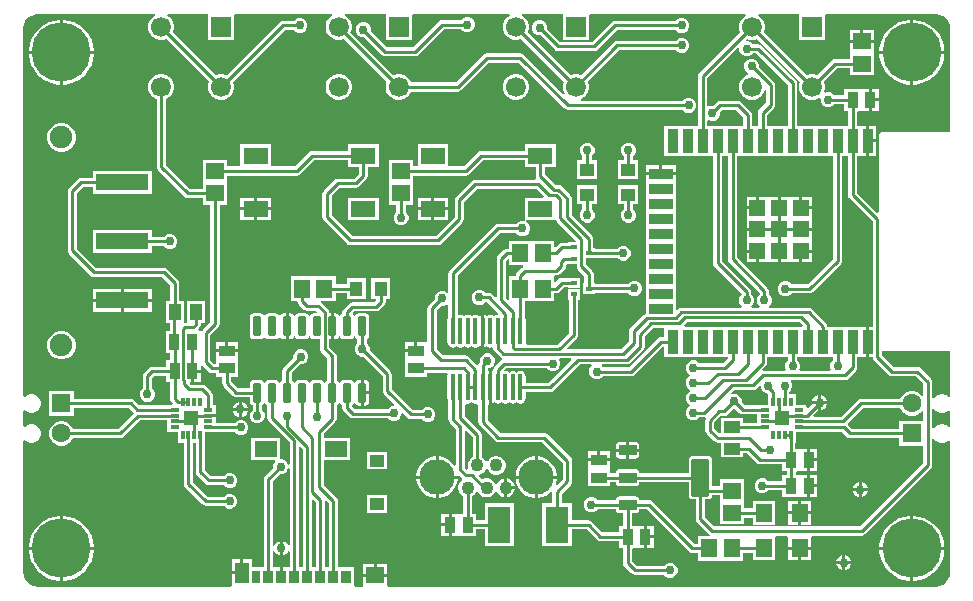
<source format=gtl>
G04*
G04 #@! TF.GenerationSoftware,Altium Limited,Altium Designer,21.8.1 (53)*
G04*
G04 Layer_Physical_Order=1*
G04 Layer_Color=255*
%FSLAX25Y25*%
%MOIN*%
G70*
G04*
G04 #@! TF.SameCoordinates,79EC032F-631B-404A-8042-777835F6C2BC*
G04*
G04*
G04 #@! TF.FilePolarity,Positive*
G04*
G01*
G75*
%ADD15C,0.01000*%
%ADD17R,0.06102X0.05512*%
%ADD18R,0.03740X0.05315*%
%ADD19R,0.03937X0.05315*%
%ADD20R,0.05315X0.03937*%
%ADD21R,0.04724X0.04331*%
%ADD22R,0.02000X0.01402*%
%ADD23R,0.05512X0.06102*%
%ADD24R,0.04331X0.04724*%
%ADD25R,0.05315X0.03740*%
%ADD26R,0.05512X0.05906*%
%ADD27R,0.07700X0.12400*%
G04:AMPARAMS|DCode=28|XSize=124.02mil|YSize=57.09mil|CornerRadius=2mil|HoleSize=0mil|Usage=FLASHONLY|Rotation=90.000|XOffset=0mil|YOffset=0mil|HoleType=Round|Shape=RoundedRectangle|*
%AMROUNDEDRECTD28*
21,1,0.12402,0.05309,0,0,90.0*
21,1,0.12002,0.05709,0,0,90.0*
1,1,0.00400,0.02655,0.06001*
1,1,0.00400,0.02655,-0.06001*
1,1,0.00400,-0.02655,-0.06001*
1,1,0.00400,-0.02655,0.06001*
%
%ADD28ROUNDEDRECTD28*%
G04:AMPARAMS|DCode=29|XSize=35.43mil|YSize=57.09mil|CornerRadius=1.95mil|HoleSize=0mil|Usage=FLASHONLY|Rotation=90.000|XOffset=0mil|YOffset=0mil|HoleType=Round|Shape=RoundedRectangle|*
%AMROUNDEDRECTD29*
21,1,0.03543,0.05319,0,0,90.0*
21,1,0.03154,0.05709,0,0,90.0*
1,1,0.00390,0.02659,0.01577*
1,1,0.00390,0.02659,-0.01577*
1,1,0.00390,-0.02659,-0.01577*
1,1,0.00390,-0.02659,0.01577*
%
%ADD29ROUNDEDRECTD29*%
%ADD30R,0.04842X0.04842*%
%ADD31R,0.01181X0.03150*%
%ADD32R,0.03150X0.01181*%
%ADD33R,0.08268X0.05512*%
G04:AMPARAMS|DCode=34|XSize=25.59mil|YSize=64.96mil|CornerRadius=1.92mil|HoleSize=0mil|Usage=FLASHONLY|Rotation=180.000|XOffset=0mil|YOffset=0mil|HoleType=Round|Shape=RoundedRectangle|*
%AMROUNDEDRECTD34*
21,1,0.02559,0.06112,0,0,180.0*
21,1,0.02175,0.06496,0,0,180.0*
1,1,0.00384,-0.01088,0.03056*
1,1,0.00384,0.01088,0.03056*
1,1,0.00384,0.01088,-0.03056*
1,1,0.00384,-0.01088,-0.03056*
%
%ADD34ROUNDEDRECTD34*%
G04:AMPARAMS|DCode=35|XSize=88.58mil|YSize=15.75mil|CornerRadius=7.87mil|HoleSize=0mil|Usage=FLASHONLY|Rotation=270.000|XOffset=0mil|YOffset=0mil|HoleType=Round|Shape=RoundedRectangle|*
%AMROUNDEDRECTD35*
21,1,0.08858,0.00000,0,0,270.0*
21,1,0.07284,0.01575,0,0,270.0*
1,1,0.01575,0.00000,-0.03642*
1,1,0.01575,0.00000,0.03642*
1,1,0.01575,0.00000,0.03642*
1,1,0.01575,0.00000,-0.03642*
%
%ADD35ROUNDEDRECTD35*%
%ADD36R,0.07480X0.05315*%
%ADD37R,0.04724X0.03937*%
%ADD38R,0.06102X0.05315*%
%ADD39R,0.03347X0.04331*%
%ADD40R,0.02953X0.04331*%
%ADD41R,0.04606X0.07087*%
%ADD42R,0.17717X0.05512*%
%ADD43R,0.05236X0.05236*%
%ADD44R,0.07874X0.03543*%
%ADD45R,0.03543X0.07874*%
%ADD65C,0.06662*%
%ADD66R,0.06662X0.06662*%
%ADD74C,0.04331*%
%ADD75C,0.11811*%
%ADD76C,0.07480*%
%ADD77C,0.06299*%
%ADD78R,0.06299X0.06299*%
%ADD79C,0.19685*%
%ADD80C,0.03000*%
G36*
X46903Y193900D02*
X47037Y193400D01*
X46396Y193029D01*
X45589Y192223D01*
X45019Y191235D01*
X44724Y190134D01*
Y188993D01*
X45019Y187892D01*
X45589Y186904D01*
X46396Y186098D01*
X47383Y185527D01*
X48485Y185232D01*
X49625D01*
X50727Y185527D01*
X50854Y185601D01*
X65093Y171363D01*
X65019Y171235D01*
X64724Y170134D01*
Y168993D01*
X65019Y167892D01*
X65589Y166904D01*
X66396Y166098D01*
X67383Y165527D01*
X68485Y165232D01*
X69625D01*
X70727Y165527D01*
X71715Y166098D01*
X72521Y166904D01*
X73091Y167892D01*
X73386Y168993D01*
Y170134D01*
X73091Y171235D01*
X73017Y171363D01*
X90184Y188530D01*
X93171D01*
X93761Y187940D01*
X94680Y187559D01*
X95675D01*
X96593Y187940D01*
X97297Y188643D01*
X97677Y189562D01*
Y190556D01*
X97297Y191475D01*
X96593Y192178D01*
X95675Y192559D01*
X94680D01*
X93761Y192178D01*
X93171Y191588D01*
X89551D01*
X88965Y191472D01*
X88469Y191140D01*
X70855Y173526D01*
X70727Y173599D01*
X69625Y173895D01*
X68485D01*
X67383Y173599D01*
X67256Y173526D01*
X53017Y187764D01*
X53091Y187892D01*
X53386Y188993D01*
Y190134D01*
X53091Y191235D01*
X52521Y192223D01*
X51714Y193029D01*
X51074Y193399D01*
X51208Y193899D01*
X64225Y193897D01*
X64724Y193895D01*
X64724Y193397D01*
Y185232D01*
X73386D01*
Y193395D01*
X73886Y193895D01*
X105942Y193890D01*
X106076Y193390D01*
X105451Y193029D01*
X104645Y192223D01*
X104074Y191235D01*
X103779Y190134D01*
Y188993D01*
X104074Y187892D01*
X104645Y186904D01*
X105451Y186098D01*
X106439Y185527D01*
X107540Y185232D01*
X108680D01*
X109782Y185527D01*
X109910Y185601D01*
X124148Y171363D01*
X124074Y171235D01*
X123779Y170134D01*
Y168993D01*
X124074Y167892D01*
X124644Y166904D01*
X125451Y166098D01*
X126438Y165527D01*
X127540Y165232D01*
X128680D01*
X129782Y165527D01*
X130770Y166098D01*
X131576Y166904D01*
X132146Y167892D01*
X132184Y168034D01*
X147811D01*
X148397Y168150D01*
X148893Y168482D01*
X158114Y177703D01*
X168067D01*
X183367Y162403D01*
X183864Y162071D01*
X184449Y161955D01*
X222797D01*
X223387Y161365D01*
X224306Y160984D01*
X225300D01*
X226219Y161365D01*
X226923Y162068D01*
X227303Y162987D01*
Y163981D01*
X226923Y164900D01*
X226219Y165604D01*
X225300Y165984D01*
X224306D01*
X223387Y165604D01*
X222797Y165014D01*
X188851D01*
X188786Y165514D01*
X188837Y165527D01*
X189825Y166098D01*
X190631Y166904D01*
X191201Y167892D01*
X191497Y168993D01*
Y170134D01*
X191201Y171235D01*
X191128Y171363D01*
X201700Y181935D01*
X220533D01*
X221123Y181345D01*
X222042Y180965D01*
X223037D01*
X223955Y181345D01*
X224659Y182048D01*
X225039Y182967D01*
Y183962D01*
X224659Y184881D01*
X223955Y185584D01*
X223037Y185965D01*
X222042D01*
X221123Y185584D01*
X220533Y184994D01*
X201066D01*
X200481Y184878D01*
X199985Y184546D01*
X188965Y173526D01*
X188837Y173599D01*
X187735Y173895D01*
X186595D01*
X185494Y173599D01*
X185366Y173526D01*
X171128Y187764D01*
X171201Y187892D01*
X171496Y188993D01*
Y190134D01*
X171201Y191235D01*
X170631Y192223D01*
X169825Y193029D01*
X169217Y193380D01*
X169351Y193880D01*
X182834Y193878D01*
Y185232D01*
X191497D01*
Y193523D01*
X191850Y193876D01*
X243699Y193868D01*
X243833Y193368D01*
X243246Y193029D01*
X242440Y192223D01*
X241870Y191235D01*
X241574Y190134D01*
Y188993D01*
X241870Y187892D01*
X241943Y187764D01*
X228407Y174227D01*
X228075Y173731D01*
X227959Y173146D01*
Y156512D01*
X216717D01*
Y146638D01*
X232959D01*
Y110787D01*
X233075Y110202D01*
X233407Y109706D01*
X242565Y100548D01*
Y100431D01*
X241975Y99841D01*
X241595Y98922D01*
Y97928D01*
X241975Y97009D01*
X242565Y96419D01*
X242405Y95919D01*
X222244D01*
X221659Y95803D01*
X221163Y95471D01*
X220950Y95259D01*
X220488Y95450D01*
Y97839D01*
Y102839D01*
Y107839D01*
Y112839D01*
Y117839D01*
Y122839D01*
Y127839D01*
Y132839D01*
Y137839D01*
Y140110D01*
X215551D01*
X210614D01*
Y137839D01*
Y132839D01*
Y127839D01*
Y122839D01*
Y117839D01*
Y112839D01*
Y107839D01*
Y102839D01*
Y97839D01*
Y94086D01*
X210340Y94031D01*
X209844Y93700D01*
X205415Y89270D01*
X205083Y88774D01*
X204967Y88189D01*
Y84689D01*
X202418Y82140D01*
X184365D01*
X184174Y82602D01*
X187509Y85936D01*
X187840Y86432D01*
X187957Y87018D01*
Y98693D01*
X188427D01*
Y102094D01*
X184427D01*
Y98693D01*
X184898D01*
Y87651D01*
X180886Y83640D01*
X170895D01*
X170491Y84140D01*
X170553Y84449D01*
Y91732D01*
X170414Y92430D01*
X170260Y92661D01*
Y98311D01*
X179937D01*
Y100833D01*
X180512D01*
X181097Y100949D01*
X181593Y101281D01*
X183114Y102801D01*
X184427D01*
Y102630D01*
X188427D01*
Y106032D01*
X184427D01*
Y105860D01*
X182480D01*
X181895Y105744D01*
X181399Y105412D01*
X180399Y104412D01*
X179937Y104604D01*
Y106413D01*
X180302Y106738D01*
X180709D01*
X181294Y106855D01*
X181790Y107186D01*
X183463Y108860D01*
X183795Y109356D01*
X183911Y109941D01*
Y110096D01*
X184411Y110507D01*
X184427Y110504D01*
Y110504D01*
X187447D01*
Y109744D01*
X187563Y109159D01*
X187895Y108663D01*
X190045Y106512D01*
Y104063D01*
X189526D01*
Y100661D01*
X193526D01*
Y100882D01*
X204736D01*
X205277Y100341D01*
X206196Y99961D01*
X207190D01*
X208109Y100341D01*
X208812Y101044D01*
X209193Y101963D01*
Y102958D01*
X208812Y103877D01*
X208109Y104580D01*
X207190Y104961D01*
X206196D01*
X205277Y104580D01*
X204638Y103941D01*
X193526D01*
Y104063D01*
X193104D01*
Y107146D01*
X192988Y107731D01*
X192656Y108227D01*
X190506Y110378D01*
Y112472D01*
X193526D01*
Y112644D01*
X200947D01*
X201537Y112054D01*
X202455Y111673D01*
X203450D01*
X204369Y112054D01*
X205072Y112757D01*
X205453Y113676D01*
Y114671D01*
X205072Y115589D01*
X204369Y116293D01*
X203450Y116673D01*
X202455D01*
X201537Y116293D01*
X200947Y115703D01*
X193526D01*
Y115874D01*
X193055D01*
Y118809D01*
X192939Y119394D01*
X192607Y119890D01*
X185781Y126716D01*
Y132480D01*
X185665Y133066D01*
X185333Y133562D01*
X182479Y136416D01*
X181983Y136748D01*
X181398Y136864D01*
X180456D01*
X176923Y140397D01*
Y142898D01*
X180528D01*
Y150409D01*
X170260D01*
Y148183D01*
X155709D01*
X155123Y148066D01*
X154627Y147735D01*
X149957Y143065D01*
X144701D01*
Y150409D01*
X134433D01*
Y143065D01*
X132988D01*
Y145291D01*
X124886D01*
Y137779D01*
Y130299D01*
X127408D01*
Y127931D01*
X126818Y127341D01*
X126437Y126423D01*
Y125428D01*
X126818Y124509D01*
X127521Y123806D01*
X128440Y123425D01*
X129434D01*
X130353Y123806D01*
X131056Y124509D01*
X131437Y125428D01*
Y126423D01*
X131056Y127341D01*
X130466Y127931D01*
Y130299D01*
X132988D01*
Y137779D01*
Y140006D01*
X150591D01*
X151176Y140122D01*
X151672Y140454D01*
X156342Y145124D01*
X170260D01*
Y142898D01*
X173864D01*
Y139764D01*
X173981Y139179D01*
X174009Y139136D01*
X173742Y138636D01*
X153543D01*
X152958Y138519D01*
X152462Y138188D01*
X147245Y132971D01*
X146914Y132475D01*
X146797Y131890D01*
Y126027D01*
X140705Y119935D01*
X112641D01*
X105762Y126815D01*
Y133323D01*
X108409Y135971D01*
X113976D01*
X114562Y136087D01*
X115058Y136419D01*
X117420Y138781D01*
X117752Y139277D01*
X117868Y139862D01*
Y142898D01*
X121473D01*
Y150409D01*
X111205D01*
Y148183D01*
X99410D01*
X98824Y148066D01*
X98328Y147735D01*
X93658Y143065D01*
X85646D01*
Y150409D01*
X75378D01*
Y143065D01*
X70980D01*
Y145291D01*
X62878D01*
Y137779D01*
Y135584D01*
X58606D01*
X50585Y143606D01*
Y165489D01*
X50727Y165527D01*
X51714Y166098D01*
X52521Y166904D01*
X53091Y167892D01*
X53386Y168993D01*
Y170134D01*
X53091Y171235D01*
X52521Y172223D01*
X51714Y173029D01*
X50727Y173599D01*
X49625Y173895D01*
X48485D01*
X47383Y173599D01*
X46396Y173029D01*
X45589Y172223D01*
X45019Y171235D01*
X44724Y170134D01*
Y168993D01*
X45019Y167892D01*
X45589Y166904D01*
X46396Y166098D01*
X47383Y165527D01*
X47526Y165489D01*
Y142972D01*
X47642Y142387D01*
X47974Y141891D01*
X56891Y132974D01*
X57387Y132642D01*
X57972Y132526D01*
X62878D01*
Y130299D01*
X65400D01*
Y91086D01*
X62796Y88483D01*
X62622Y88222D01*
X62122Y88303D01*
X62075Y88303D01*
X61449D01*
X61242Y88803D01*
X61711Y89273D01*
X62043Y89769D01*
X62159Y90354D01*
Y90831D01*
X63598D01*
Y98146D01*
X57661D01*
Y90998D01*
X56968D01*
X56898Y90984D01*
X56512Y91301D01*
Y98146D01*
X55073D01*
Y104134D01*
X54956Y104719D01*
X54625Y105215D01*
X50983Y108857D01*
X50487Y109189D01*
X49902Y109305D01*
X27307D01*
X20919Y115693D01*
Y134209D01*
X22976Y136266D01*
X26165D01*
Y134039D01*
X45882D01*
Y141551D01*
X26165D01*
Y139325D01*
X22343D01*
X21757Y139208D01*
X21261Y138877D01*
X18308Y135924D01*
X17977Y135428D01*
X17860Y134843D01*
Y115059D01*
X17977Y114474D01*
X18308Y113978D01*
X25592Y106694D01*
X26088Y106363D01*
X26673Y106246D01*
X49268D01*
X52014Y103500D01*
Y98146D01*
X50575D01*
Y90831D01*
X51817D01*
Y88303D01*
X50476D01*
Y80988D01*
X51916D01*
Y78461D01*
X50575D01*
Y76332D01*
X46063D01*
X45478Y76216D01*
X44982Y75885D01*
X43308Y74211D01*
X42977Y73715D01*
X42860Y73130D01*
Y69132D01*
X42270Y68542D01*
X41890Y67623D01*
Y66629D01*
X42270Y65710D01*
X42974Y65007D01*
X43892Y64626D01*
X44887D01*
X45806Y65007D01*
X46509Y65710D01*
X46890Y66629D01*
Y67623D01*
X46509Y68542D01*
X45919Y69132D01*
Y72496D01*
X46696Y73274D01*
X50575D01*
Y71146D01*
X51916D01*
Y65650D01*
X52032Y65064D01*
X52363Y64568D01*
X52871Y64060D01*
X52680Y63598D01*
X50870D01*
Y63537D01*
X41677D01*
X40077Y65137D01*
X39581Y65468D01*
X38996Y65584D01*
X19898D01*
Y68205D01*
X11598D01*
Y59905D01*
X19898D01*
Y62526D01*
X38363D01*
X39962Y60926D01*
X39962Y60924D01*
X34622Y55585D01*
X19634D01*
X19615Y55657D01*
X19069Y56603D01*
X18296Y57376D01*
X17350Y57922D01*
X16294Y58205D01*
X15202D01*
X14146Y57922D01*
X13200Y57376D01*
X12427Y56603D01*
X11881Y55657D01*
X11598Y54601D01*
Y53509D01*
X11881Y52453D01*
X12427Y51507D01*
X13200Y50735D01*
X14146Y50188D01*
X15202Y49905D01*
X16294D01*
X17350Y50188D01*
X18296Y50735D01*
X19069Y51507D01*
X19615Y52453D01*
X19634Y52526D01*
X35256D01*
X35841Y52642D01*
X36337Y52974D01*
X41842Y58478D01*
X50870D01*
Y54512D01*
X54512D01*
Y50870D01*
X56542D01*
Y37205D01*
X56658Y36619D01*
X56989Y36123D01*
X62698Y30415D01*
X63194Y30083D01*
X63779Y29967D01*
X69844D01*
X70434Y29377D01*
X71353Y28996D01*
X72348D01*
X73267Y29377D01*
X73970Y30080D01*
X74350Y30999D01*
Y31993D01*
X73970Y32912D01*
X73267Y33615D01*
X72348Y33996D01*
X71353D01*
X70434Y33615D01*
X69844Y33026D01*
X64413D01*
X59600Y37838D01*
Y50870D01*
X60479D01*
Y41142D01*
X60595Y40556D01*
X60926Y40060D01*
X63682Y37304D01*
X64179Y36973D01*
X64764Y36856D01*
X69844D01*
X70434Y36266D01*
X71353Y35886D01*
X72348D01*
X73267Y36266D01*
X73970Y36970D01*
X74350Y37889D01*
Y38883D01*
X73970Y39802D01*
X73267Y40505D01*
X72348Y40886D01*
X71353D01*
X70434Y40505D01*
X69844Y39915D01*
X65397D01*
X63537Y41775D01*
Y50870D01*
X63598D01*
Y54512D01*
X67240D01*
Y54573D01*
X73584D01*
X74174Y53983D01*
X75093Y53602D01*
X76088D01*
X77007Y53983D01*
X77710Y54686D01*
X78091Y55605D01*
Y56600D01*
X77710Y57519D01*
X77007Y58222D01*
X76088Y58602D01*
X75093D01*
X74174Y58222D01*
X73584Y57632D01*
X67240D01*
Y59662D01*
X64665D01*
Y60417D01*
X67240D01*
Y60417D01*
Y63598D01*
X66195D01*
Y66831D01*
X66078Y67416D01*
X65747Y67912D01*
X63778Y69881D01*
X63282Y70212D01*
X62697Y70329D01*
X58901D01*
X58546Y70684D01*
X58737Y71146D01*
X58850D01*
Y74803D01*
X59350D01*
Y75303D01*
X62221D01*
Y76637D01*
X62721Y76788D01*
X62796Y76674D01*
X64765Y74706D01*
X65261Y74374D01*
X65847Y74258D01*
X67209D01*
Y72917D01*
X69337D01*
Y70768D01*
X69453Y70182D01*
X69785Y69686D01*
X72934Y66537D01*
X73431Y66205D01*
X74016Y66089D01*
X78622D01*
Y64562D01*
X78715Y64097D01*
X78978Y63703D01*
X79373Y63439D01*
X79435Y63427D01*
Y61908D01*
X78885Y61357D01*
X78504Y60438D01*
Y59444D01*
X78885Y58525D01*
X79588Y57822D01*
X80507Y57441D01*
X81501D01*
X82420Y57822D01*
X83123Y58525D01*
X83504Y59444D01*
Y60438D01*
X83123Y61357D01*
X82494Y61987D01*
Y63450D01*
X82872Y63703D01*
X83136Y64097D01*
X83170Y64271D01*
X83680D01*
X83715Y64097D01*
X83978Y63703D01*
X84373Y63439D01*
X84396Y63435D01*
Y59252D01*
X84512Y58667D01*
X84844Y58170D01*
X91827Y51187D01*
Y43732D01*
X91327Y43632D01*
X90997Y44428D01*
X90294Y45131D01*
X89375Y45512D01*
X88510D01*
Y52526D01*
X79030D01*
Y45211D01*
X86834D01*
X87041Y44711D01*
X86759Y44428D01*
X86378Y43509D01*
Y42675D01*
X83614Y39910D01*
X83282Y39414D01*
X83166Y38829D01*
Y9415D01*
X79100D01*
Y12171D01*
X76297D01*
Y7628D01*
X75797D01*
Y7128D01*
X72494D01*
Y3494D01*
X72494Y3085D01*
X72032Y2994D01*
X7874D01*
X7807Y2985D01*
X6606Y3144D01*
X5425Y3633D01*
X4411Y4411D01*
X3633Y5425D01*
X3144Y6606D01*
X2985Y7807D01*
X2994Y7874D01*
Y51625D01*
X3494Y51832D01*
X3805Y51522D01*
X4526Y51105D01*
X5331Y50890D01*
X6165D01*
X6970Y51105D01*
X7692Y51522D01*
X8281Y52112D01*
X8698Y52833D01*
X8913Y53638D01*
Y54472D01*
X8698Y55277D01*
X8281Y55999D01*
X7692Y56588D01*
X6970Y57005D01*
X6165Y57221D01*
X5331D01*
X4526Y57005D01*
X3805Y56588D01*
X3494Y56278D01*
X2994Y56485D01*
Y61625D01*
X3494Y61832D01*
X3805Y61522D01*
X4526Y61106D01*
X5331Y60890D01*
X6165D01*
X6970Y61106D01*
X7692Y61522D01*
X8281Y62112D01*
X8698Y62833D01*
X8913Y63638D01*
Y64472D01*
X8698Y65277D01*
X8281Y65999D01*
X7692Y66588D01*
X6970Y67005D01*
X6165Y67220D01*
X5331D01*
X4526Y67005D01*
X3805Y66588D01*
X3494Y66278D01*
X2994Y66485D01*
X2994Y188976D01*
X2985Y189043D01*
X3144Y190244D01*
X3633Y191425D01*
X4411Y192439D01*
X5425Y193218D01*
X6606Y193707D01*
X7393Y193810D01*
X7874Y193856D01*
X7874Y193856D01*
X8251Y193906D01*
X46903Y193900D01*
D02*
G37*
G36*
X261943Y171363D02*
X261870Y171235D01*
X261574Y170134D01*
Y168993D01*
X261870Y167892D01*
X262440Y166904D01*
X263246Y166098D01*
X264234Y165527D01*
X265335Y165232D01*
X266476D01*
X267577Y165527D01*
X268337Y165966D01*
X268372Y165958D01*
X268799Y165656D01*
Y164857D01*
X269180Y163938D01*
X269883Y163235D01*
X270802Y162854D01*
X271796D01*
X272715Y163235D01*
X273305Y163825D01*
X276559D01*
Y161697D01*
X277959D01*
Y156512D01*
X261018D01*
Y170827D01*
X260901Y171412D01*
X260570Y171908D01*
X249113Y183365D01*
X248617Y183696D01*
X248031Y183813D01*
X246199D01*
X245609Y184403D01*
X244690Y184783D01*
X243996D01*
X243813Y185224D01*
X244149Y185577D01*
X244234Y185527D01*
X245335Y185232D01*
X246476D01*
X247577Y185527D01*
X247705Y185601D01*
X261943Y171363D01*
D02*
G37*
G36*
X261574Y193865D02*
Y185232D01*
X270237D01*
Y193510D01*
X270590Y193863D01*
X306587Y193858D01*
X307086Y193858D01*
X307087Y193858D01*
X307568Y193812D01*
X308354Y193708D01*
X309535Y193219D01*
X310550Y192441D01*
X311328Y191426D01*
X311817Y190245D01*
X311921Y189460D01*
X311966Y188978D01*
X311966Y188978D01*
X311966Y188488D01*
Y154563D01*
X289174D01*
X288784Y154486D01*
X288453Y154265D01*
X288232Y153934D01*
X288154Y153544D01*
Y127753D01*
X287692Y127561D01*
X281018Y134236D01*
Y146638D01*
X283988D01*
Y151575D01*
Y156512D01*
X281018D01*
Y161343D01*
X281371Y161697D01*
X282299Y161697D01*
X282799Y161697D01*
X284835D01*
Y165354D01*
Y169012D01*
X282799D01*
X282465Y169012D01*
X281965Y169012D01*
X276559D01*
Y166884D01*
X273305D01*
X272715Y167474D01*
X271796Y167854D01*
X270802D01*
X270379Y167679D01*
X270310Y167713D01*
X269986Y168058D01*
X270237Y168993D01*
Y170134D01*
X269941Y171235D01*
X269868Y171363D01*
X274338Y175833D01*
X278429D01*
Y173606D01*
X286531D01*
Y181087D01*
Y184343D01*
X278429D01*
Y181087D01*
Y178892D01*
X273704D01*
X273119Y178775D01*
X272623Y178444D01*
X267705Y173526D01*
X267577Y173599D01*
X266476Y173895D01*
X265335D01*
X264234Y173599D01*
X264106Y173526D01*
X249868Y187764D01*
X249941Y187892D01*
X250237Y188993D01*
Y190134D01*
X249941Y191235D01*
X249371Y192223D01*
X248565Y193029D01*
X247979Y193367D01*
X248113Y193867D01*
X261574Y193865D01*
D02*
G37*
G36*
X123779Y193887D02*
Y185232D01*
X132441D01*
Y193532D01*
X132795Y193886D01*
X164981Y193880D01*
X165114Y193380D01*
X164506Y193029D01*
X163700Y192223D01*
X163129Y191235D01*
X162834Y190134D01*
Y188993D01*
X163129Y187892D01*
X163700Y186904D01*
X164506Y186098D01*
X165494Y185527D01*
X166595Y185232D01*
X167736D01*
X168837Y185527D01*
X168965Y185601D01*
X183203Y171363D01*
X183129Y171235D01*
X182834Y170134D01*
Y168993D01*
X183129Y167892D01*
X183427Y167376D01*
X183027Y167069D01*
X169782Y180314D01*
X169286Y180645D01*
X168701Y180762D01*
X157480D01*
X156895Y180645D01*
X156399Y180314D01*
X147178Y171093D01*
X132184D01*
X132146Y171235D01*
X131576Y172223D01*
X130770Y173029D01*
X129782Y173599D01*
X128680Y173895D01*
X127540D01*
X126438Y173599D01*
X126311Y173526D01*
X112073Y187764D01*
X112146Y187892D01*
X112441Y188993D01*
Y190134D01*
X112146Y191235D01*
X111576Y192223D01*
X110770Y193029D01*
X110146Y193389D01*
X110280Y193889D01*
X123779Y193887D01*
D02*
G37*
G36*
X242959Y159603D02*
Y156512D01*
X231018D01*
Y158298D01*
X231518Y158601D01*
X232180Y158327D01*
X233174D01*
X234093Y158707D01*
X234797Y159411D01*
X235177Y160329D01*
Y161164D01*
X235968Y161955D01*
X240607D01*
X242959Y159603D01*
D02*
G37*
G36*
X241693Y182481D02*
Y181786D01*
X242073Y180867D01*
X242777Y180164D01*
X243696Y179783D01*
X244690D01*
X245609Y180164D01*
X246199Y180754D01*
X247398D01*
X257959Y170193D01*
Y156512D01*
X251018D01*
Y160371D01*
X253247Y162600D01*
X253578Y163096D01*
X253695Y163681D01*
Y170177D01*
X253578Y170762D01*
X253247Y171259D01*
X248366Y176139D01*
Y176974D01*
X247986Y177892D01*
X247282Y178596D01*
X246363Y178976D01*
X245369D01*
X244450Y178596D01*
X243747Y177892D01*
X243366Y176974D01*
Y175979D01*
X243747Y175060D01*
X244450Y174357D01*
X244717Y174246D01*
X244682Y173720D01*
X244234Y173599D01*
X243246Y173029D01*
X242440Y172223D01*
X241870Y171235D01*
X241574Y170134D01*
Y168993D01*
X241870Y167892D01*
X242440Y166904D01*
X243246Y166098D01*
X244234Y165527D01*
X245335Y165232D01*
X246476D01*
X247577Y165527D01*
X248565Y166098D01*
X249371Y166904D01*
X249941Y167892D01*
X250136Y168618D01*
X250636Y168552D01*
Y164315D01*
X248407Y162085D01*
X248075Y161589D01*
X247959Y161004D01*
Y156512D01*
X246018D01*
Y160236D01*
X245901Y160821D01*
X245570Y161318D01*
X242322Y164566D01*
X241825Y164897D01*
X241240Y165014D01*
X235335D01*
X234749Y164897D01*
X234253Y164566D01*
X233014Y163327D01*
X232180D01*
X231518Y163052D01*
X231018Y163356D01*
Y172513D01*
X241193Y182688D01*
X241693Y182481D01*
D02*
G37*
G36*
X180527Y125181D02*
X180897Y124867D01*
X181005Y124706D01*
X187369Y118342D01*
X187258Y117842D01*
X184427D01*
Y117671D01*
X182579D01*
X181993Y117555D01*
X181497Y117223D01*
X180437Y116163D01*
X179937Y116370D01*
Y118224D01*
X164945D01*
Y115703D01*
X164173D01*
X163588Y115586D01*
X163092Y115255D01*
X161222Y113385D01*
X160890Y112888D01*
X160774Y112303D01*
Y99621D01*
X160312Y99430D01*
X159251Y100491D01*
X158755Y100822D01*
X158169Y100939D01*
X157026D01*
X156436Y101529D01*
X155517Y101909D01*
X154522D01*
X153603Y101529D01*
X152900Y100826D01*
X152520Y99907D01*
Y98912D01*
X152900Y97993D01*
X153603Y97290D01*
X154522Y96909D01*
X155517D01*
X156436Y97290D01*
X157026Y97880D01*
X157536D01*
X161381Y94034D01*
X161294Y93757D01*
X161167Y93542D01*
X160533Y93416D01*
X159980Y93047D01*
X159428Y93416D01*
X158730Y93555D01*
X158033Y93416D01*
X157480Y93047D01*
X156928Y93416D01*
X156730Y93455D01*
Y88091D01*
Y82726D01*
X156928Y82765D01*
X157480Y83134D01*
X158033Y82765D01*
X158730Y82626D01*
X159201Y82720D01*
X159609Y82516D01*
X159723Y82361D01*
X159817Y81885D01*
X160149Y81389D01*
X162009Y79529D01*
X162494Y79205D01*
X162513Y79115D01*
X162556Y78677D01*
X162206Y78444D01*
X160163Y76400D01*
X159831Y75904D01*
X159715Y75319D01*
Y75079D01*
X159230Y74768D01*
Y69390D01*
Y64025D01*
X159428Y64064D01*
X159980Y64434D01*
X160533Y64064D01*
X161230Y63926D01*
X161928Y64064D01*
X162480Y64434D01*
X163033Y64064D01*
X163730Y63926D01*
X164428Y64064D01*
X164980Y64434D01*
X165533Y64064D01*
X166230Y63926D01*
X166928Y64064D01*
X167480Y64434D01*
X168033Y64064D01*
X168730Y63926D01*
X169428Y64064D01*
X170019Y64459D01*
X170414Y65051D01*
X170553Y65748D01*
Y67860D01*
X178642D01*
X179227Y67977D01*
X179723Y68308D01*
X188527Y77112D01*
X192358D01*
X192565Y76612D01*
X192074Y76121D01*
X191693Y75202D01*
Y74207D01*
X192074Y73289D01*
X192777Y72585D01*
X193696Y72205D01*
X194690D01*
X195609Y72585D01*
X196199Y73175D01*
X205709D01*
X206294Y73292D01*
X206790Y73623D01*
X216216Y83050D01*
X216717Y82956D01*
Y79709D01*
X237959D01*
Y79197D01*
X236177Y77415D01*
X228384D01*
X227794Y78005D01*
X226875Y78386D01*
X225881D01*
X224962Y78005D01*
X224259Y77302D01*
X223878Y76383D01*
Y75388D01*
X224259Y74470D01*
X224962Y73766D01*
X225182Y73675D01*
Y73175D01*
X224962Y73084D01*
X224259Y72381D01*
X223878Y71462D01*
Y70467D01*
X224259Y69548D01*
X224962Y68845D01*
X225370Y68676D01*
Y68135D01*
X224962Y67966D01*
X224259Y67263D01*
X223878Y66344D01*
Y65349D01*
X224259Y64430D01*
X224962Y63727D01*
X225182Y63636D01*
Y63136D01*
X224962Y63045D01*
X224259Y62341D01*
X223878Y61422D01*
Y60428D01*
X224259Y59509D01*
X224962Y58806D01*
X225881Y58425D01*
X226875D01*
X227794Y58806D01*
X228384Y59396D01*
X230020D01*
X230196Y59431D01*
X230497Y58981D01*
X230477Y58951D01*
X230360Y58366D01*
Y55020D01*
X230477Y54434D01*
X230808Y53938D01*
X233367Y51379D01*
X233863Y51048D01*
X234449Y50931D01*
X235516D01*
Y46047D01*
X242831D01*
Y47486D01*
X244248D01*
X247541Y44194D01*
X248037Y43863D01*
X248622Y43746D01*
X256087D01*
Y41618D01*
X257427D01*
Y40272D01*
X256087D01*
Y38144D01*
X251317D01*
X250727Y38734D01*
X249808Y39114D01*
X248814D01*
X247895Y38734D01*
X247192Y38030D01*
X246811Y37111D01*
Y36117D01*
X247192Y35198D01*
X247895Y34495D01*
X248814Y34114D01*
X249808D01*
X250727Y34495D01*
X251317Y35085D01*
X256087D01*
Y32957D01*
X261492D01*
X261827Y32957D01*
X262327Y32957D01*
X264362D01*
Y36614D01*
Y40272D01*
X262327D01*
X261992Y40272D01*
X261492Y40272D01*
X260486D01*
Y41265D01*
X260840Y41618D01*
X261827Y41618D01*
X262327Y41618D01*
X264362D01*
Y45276D01*
Y48933D01*
X262327D01*
X261992Y48933D01*
X261492Y48933D01*
X260388D01*
Y50870D01*
X260449D01*
Y54512D01*
X264090D01*
Y54573D01*
X275843D01*
X277442Y52974D01*
X277938Y52642D01*
X278524Y52526D01*
X295063D01*
Y49905D01*
X302998D01*
Y44236D01*
X281847Y23085D01*
X233311D01*
X230171Y26224D01*
Y32146D01*
X231296D01*
X231764Y32239D01*
X232161Y32504D01*
X232427Y32901D01*
X232520Y33369D01*
Y33510D01*
X235122D01*
Y31284D01*
Y23803D01*
X243224D01*
Y26030D01*
X246244D01*
Y23606D01*
X253756D01*
Y31512D01*
X246244D01*
Y29089D01*
X243224D01*
Y31284D01*
Y38795D01*
X235122D01*
Y36569D01*
X232520D01*
Y45371D01*
X232427Y45839D01*
X232161Y46236D01*
X231764Y46501D01*
X231296Y46594D01*
X225987D01*
X225519Y46501D01*
X225122Y46236D01*
X224857Y45839D01*
X224764Y45371D01*
Y40900D01*
X208307D01*
Y40947D01*
X208214Y41413D01*
X207950Y41808D01*
X207555Y42072D01*
X207089Y42165D01*
X201770D01*
X201304Y42072D01*
X200908Y41808D01*
X200644Y41413D01*
X200551Y40947D01*
Y40900D01*
X198893D01*
X198539Y41253D01*
X198539Y42240D01*
X198539Y42740D01*
Y44776D01*
X194882D01*
X191224D01*
Y42740D01*
X191224Y42406D01*
X191224Y41906D01*
Y36500D01*
X198539D01*
Y37841D01*
X200551D01*
Y37793D01*
X200644Y37327D01*
X200908Y36932D01*
X201304Y36668D01*
X201770Y36575D01*
X207089D01*
X207555Y36668D01*
X207950Y36932D01*
X208214Y37327D01*
X208307Y37793D01*
Y37841D01*
X224764D01*
Y33369D01*
X224857Y32901D01*
X225122Y32504D01*
X225519Y32239D01*
X225987Y32146D01*
X227112D01*
Y25591D01*
X227229Y25005D01*
X227560Y24509D01*
X231596Y20474D01*
X231857Y20299D01*
X231705Y19799D01*
X227937D01*
Y17277D01*
X226716D01*
X212597Y31396D01*
X212101Y31728D01*
X211516Y31844D01*
X208307D01*
Y31892D01*
X208214Y32358D01*
X207950Y32753D01*
X207555Y33017D01*
X207089Y33110D01*
X201770D01*
X201304Y33017D01*
X200908Y32753D01*
X200644Y32358D01*
X200551Y31892D01*
Y31844D01*
X194427D01*
X193837Y32434D01*
X192919Y32815D01*
X191924D01*
X191005Y32434D01*
X190302Y31731D01*
X189921Y30812D01*
Y29818D01*
X190302Y28899D01*
X191005Y28196D01*
X191924Y27815D01*
X192919D01*
X193837Y28196D01*
X194427Y28786D01*
X200551D01*
Y28738D01*
X200644Y28272D01*
X200908Y27877D01*
X201304Y27613D01*
X201770Y27520D01*
X202900D01*
Y23343D01*
X201559D01*
Y21214D01*
X196008D01*
X192518Y24703D01*
X192022Y25035D01*
X191437Y25151D01*
X185760D01*
Y30822D01*
X182439D01*
Y34016D01*
X185432Y37009D01*
X185763Y37505D01*
X185880Y38091D01*
Y44980D01*
X185763Y45566D01*
X185432Y46062D01*
X177755Y53739D01*
X177259Y54071D01*
X176673Y54187D01*
X162051D01*
X157760Y58478D01*
Y63691D01*
X158230Y64000D01*
Y69390D01*
Y74780D01*
X157760Y75088D01*
Y75748D01*
X158175D01*
X159093Y76129D01*
X159797Y76832D01*
X160177Y77751D01*
Y78745D01*
X159797Y79664D01*
X159093Y80367D01*
X158175Y80748D01*
X157180D01*
X156261Y80367D01*
X155558Y79664D01*
X155177Y78745D01*
Y77911D01*
X155149Y77883D01*
X154817Y77386D01*
X154768Y77138D01*
X154225Y76973D01*
X151574Y79625D01*
X151077Y79956D01*
X150492Y80073D01*
X142956D01*
X140801Y82228D01*
Y95134D01*
X142281Y96614D01*
X143115D01*
X144034Y96995D01*
X144239Y97199D01*
X144701Y97008D01*
Y92661D01*
X144547Y92430D01*
X144408Y91732D01*
Y84449D01*
X144547Y83751D01*
X144942Y83160D01*
X145533Y82765D01*
X146230Y82626D01*
X146928Y82765D01*
X147480Y83134D01*
X148033Y82765D01*
X148730Y82626D01*
X149428Y82765D01*
X149980Y83134D01*
X150533Y82765D01*
X151230Y82626D01*
X151928Y82765D01*
X152480Y83134D01*
X153033Y82765D01*
X153730Y82626D01*
X154428Y82765D01*
X154980Y83134D01*
X155533Y82765D01*
X155730Y82726D01*
Y88091D01*
Y93455D01*
X155533Y93416D01*
X154980Y93047D01*
X154428Y93416D01*
X153730Y93555D01*
X153033Y93416D01*
X152480Y93047D01*
X151928Y93416D01*
X151230Y93555D01*
X150533Y93416D01*
X149980Y93047D01*
X149428Y93416D01*
X148730Y93555D01*
X148260Y93461D01*
X147760Y93789D01*
Y106817D01*
X161854Y120912D01*
X167384D01*
X167974Y120322D01*
X168893Y119941D01*
X169887D01*
X170806Y120322D01*
X171509Y121025D01*
X171890Y121944D01*
Y122938D01*
X171509Y123857D01*
X170806Y124560D01*
X170514Y124681D01*
X170614Y125181D01*
X180527Y125181D01*
D02*
G37*
G36*
X277959Y133602D02*
X278075Y133017D01*
X278407Y132521D01*
X286144Y124783D01*
Y89583D01*
X284988D01*
Y84646D01*
Y79709D01*
X286144D01*
Y79551D01*
X286261Y78965D01*
X286592Y78469D01*
X291438Y73623D01*
X291934Y73292D01*
X292520Y73175D01*
X300449D01*
X302998Y70626D01*
Y66728D01*
X302760Y66664D01*
X302498Y66638D01*
X301761Y67376D01*
X300814Y67922D01*
X299759Y68205D01*
X298666D01*
X297611Y67922D01*
X296665Y67376D01*
X295892Y66603D01*
X295346Y65657D01*
X295326Y65584D01*
X282264D01*
X281679Y65468D01*
X281182Y65137D01*
X275677Y59632D01*
X266582D01*
X266390Y60094D01*
X268004Y61707D01*
Y63870D01*
X265841D01*
X264552Y62581D01*
X264090Y62773D01*
Y63598D01*
X260449D01*
Y67240D01*
X258419D01*
Y67876D01*
X259009Y68466D01*
X259390Y69385D01*
Y70379D01*
X259009Y71298D01*
X258873Y71434D01*
X259065Y71896D01*
X276870D01*
X277455Y72012D01*
X277952Y72344D01*
X280570Y74962D01*
X280901Y75458D01*
X281018Y76043D01*
Y79709D01*
X283988D01*
Y84646D01*
Y89583D01*
X271018D01*
Y89665D01*
X270901Y90251D01*
X270570Y90747D01*
X265845Y95471D01*
X265349Y95803D01*
X264764Y95919D01*
X251690D01*
X251530Y96419D01*
X252119Y97009D01*
X252500Y97928D01*
Y98922D01*
X252119Y99841D01*
X251529Y100431D01*
Y101575D01*
X251413Y102160D01*
X251081Y102656D01*
X241018Y112720D01*
Y146638D01*
X272959D01*
Y112326D01*
X264426Y103793D01*
X259093D01*
X258503Y104383D01*
X257584Y104764D01*
X256589D01*
X255670Y104383D01*
X254967Y103680D01*
X254587Y102761D01*
Y101767D01*
X254967Y100848D01*
X255670Y100144D01*
X256589Y99764D01*
X257584D01*
X258503Y100144D01*
X259093Y100734D01*
X265059D01*
X265644Y100851D01*
X266141Y101182D01*
X275570Y110611D01*
X275901Y111108D01*
X276018Y111693D01*
Y146638D01*
X277959D01*
Y133602D01*
D02*
G37*
G36*
X111205Y142898D02*
X114809D01*
Y140496D01*
X113343Y139029D01*
X107776D01*
X107190Y138913D01*
X106694Y138581D01*
X103151Y135038D01*
X102819Y134542D01*
X102703Y133957D01*
Y126181D01*
X102819Y125596D01*
X103151Y125100D01*
X110926Y117324D01*
X111423Y116992D01*
X112008Y116876D01*
X141339D01*
X141924Y116992D01*
X142420Y117324D01*
X149408Y124312D01*
X149740Y124808D01*
X149856Y125394D01*
Y131256D01*
X154177Y135577D01*
X174071D01*
X176493Y133155D01*
X176302Y132693D01*
X170260D01*
Y125328D01*
X169925Y124980D01*
X169859Y124941D01*
X168893D01*
X167974Y124560D01*
X167384Y123970D01*
X161221D01*
X160635Y123854D01*
X160139Y123522D01*
X145149Y108532D01*
X144817Y108036D01*
X144701Y107451D01*
Y101220D01*
X144239Y101029D01*
X144034Y101234D01*
X143115Y101614D01*
X142121D01*
X141202Y101234D01*
X140499Y100530D01*
X140118Y99612D01*
Y98777D01*
X138190Y96849D01*
X137859Y96353D01*
X137742Y95768D01*
Y84969D01*
X137516Y84563D01*
X137242Y84563D01*
X134358D01*
Y81693D01*
X133858D01*
Y81193D01*
X130201D01*
Y79158D01*
X130201Y78823D01*
X130201Y78323D01*
Y72917D01*
X137516D01*
Y74258D01*
X144370D01*
X144606Y73817D01*
X144547Y73729D01*
X144408Y73032D01*
Y65748D01*
X144547Y65051D01*
X144701Y64820D01*
Y58789D01*
X144817Y58204D01*
X145149Y57708D01*
X147191Y55666D01*
Y43470D01*
X146691Y43318D01*
X146309Y43890D01*
X145347Y44852D01*
X144216Y45608D01*
X142959Y46128D01*
X141625Y46394D01*
X141445D01*
Y39988D01*
X148230D01*
X148350Y40038D01*
X149298Y39090D01*
X149310Y38519D01*
X149238Y38478D01*
X148648Y37889D01*
X148231Y37167D01*
X148016Y36362D01*
Y35528D01*
X148231Y34723D01*
X148648Y34001D01*
X149238Y33412D01*
X149652Y33173D01*
Y27633D01*
X149298Y27279D01*
X148311Y27279D01*
X147811Y27279D01*
X145775D01*
Y23622D01*
Y19965D01*
X147811D01*
X148146Y19965D01*
X148646Y19965D01*
X154051D01*
Y22093D01*
X156760D01*
Y16422D01*
X166460D01*
Y30822D01*
X156760D01*
Y25151D01*
X154051D01*
Y27279D01*
X152710D01*
Y33173D01*
X153125Y33412D01*
X153714Y34001D01*
X154052Y34587D01*
X154202Y34630D01*
X154459D01*
X154609Y34587D01*
X154947Y34001D01*
X155537Y33412D01*
X156258Y32995D01*
X157064Y32779D01*
X157897D01*
X158702Y32995D01*
X159424Y33412D01*
X160013Y34001D01*
X160352Y34587D01*
X160502Y34630D01*
X160758D01*
X160908Y34587D01*
X161247Y34001D01*
X161836Y33412D01*
X162558Y32995D01*
X163279Y32802D01*
Y35945D01*
Y39088D01*
X162558Y38895D01*
X161836Y38478D01*
X161247Y37889D01*
X160908Y37302D01*
X160758Y37260D01*
X160502D01*
X160352Y37302D01*
X160013Y37889D01*
X159424Y38478D01*
X158702Y38895D01*
X157897Y39110D01*
X157064D01*
X156258Y38895D01*
X155994Y38742D01*
X154941Y39794D01*
X155090Y40352D01*
X155552Y40476D01*
X156274Y40892D01*
X156864Y41482D01*
X157202Y42068D01*
X157352Y42110D01*
X157608D01*
X157759Y42068D01*
X158097Y41482D01*
X158686Y40892D01*
X159408Y40476D01*
X160213Y40260D01*
X161047D01*
X161852Y40476D01*
X162574Y40892D01*
X163163Y41482D01*
X163579Y42203D01*
X163795Y43009D01*
Y43842D01*
X163579Y44647D01*
X163163Y45369D01*
X162574Y45958D01*
X161852Y46375D01*
X161047Y46591D01*
X160213D01*
X159408Y46375D01*
X158686Y45958D01*
X158097Y45369D01*
X157759Y44783D01*
X157608Y44740D01*
X157352D01*
X157202Y44783D01*
X156864Y45369D01*
X156274Y45958D01*
X155860Y46197D01*
Y53642D01*
X155744Y54227D01*
X155412Y54723D01*
X150260Y59876D01*
Y63691D01*
X150760Y64019D01*
X151230Y63926D01*
X151928Y64064D01*
X152480Y64434D01*
X153033Y64064D01*
X153730Y63926D01*
X154201Y64019D01*
X154701Y63691D01*
Y57845D01*
X154817Y57259D01*
X155149Y56763D01*
X160336Y51576D01*
X160832Y51244D01*
X161417Y51128D01*
X176040D01*
X182821Y44347D01*
Y38724D01*
X180933Y36836D01*
X180509Y37119D01*
X180656Y37474D01*
X180921Y38808D01*
Y38988D01*
X174516D01*
Y32583D01*
X174696D01*
X176030Y32848D01*
X177287Y33369D01*
X178418Y34124D01*
X178880Y34587D01*
X179380Y34380D01*
Y30822D01*
X176060D01*
Y16422D01*
X185760D01*
Y22093D01*
X190804D01*
X194293Y18604D01*
X194789Y18272D01*
X195374Y18156D01*
X201559D01*
Y16028D01*
X202900D01*
Y10827D01*
X203016Y10242D01*
X203348Y9745D01*
X205710Y7383D01*
X206206Y7052D01*
X206791Y6935D01*
X216596D01*
X217186Y6345D01*
X218105Y5965D01*
X219100D01*
X220019Y6345D01*
X220722Y7048D01*
X221102Y7967D01*
Y8962D01*
X220722Y9881D01*
X220019Y10584D01*
X219100Y10965D01*
X218105D01*
X217186Y10584D01*
X216596Y9994D01*
X207425D01*
X205959Y11460D01*
Y15674D01*
X206312Y16028D01*
X207299Y16027D01*
X207799Y16028D01*
X209835D01*
Y19685D01*
Y23343D01*
X207799D01*
X207465Y23343D01*
X206965Y23343D01*
X205959D01*
Y27520D01*
X207089D01*
X207555Y27613D01*
X207950Y27877D01*
X208214Y28272D01*
X208307Y28738D01*
Y28786D01*
X210882D01*
X225001Y14667D01*
X225497Y14335D01*
X226083Y14219D01*
X227937D01*
Y11697D01*
X242929D01*
Y14219D01*
X246244D01*
Y11795D01*
X253756D01*
Y19701D01*
X254121Y20026D01*
X257690D01*
X258055Y19701D01*
X258055Y19526D01*
Y16248D01*
X261811D01*
X265567D01*
Y19526D01*
X265567Y19701D01*
X265932Y20026D01*
X282480D01*
X283066Y20142D01*
X283562Y20474D01*
X305609Y42521D01*
X305941Y43017D01*
X306057Y43602D01*
Y52190D01*
X306557Y52324D01*
X306680Y52112D01*
X307269Y51522D01*
X307991Y51105D01*
X308796Y50890D01*
X309629D01*
X310434Y51105D01*
X311156Y51522D01*
X311467Y51833D01*
X311966Y51625D01*
Y7874D01*
X311966Y7874D01*
X311966Y7874D01*
X311921Y7393D01*
X311817Y6606D01*
X311328Y5425D01*
X310550Y4411D01*
X309535Y3633D01*
X308354Y3144D01*
X307153Y2985D01*
X307087Y2994D01*
X124878D01*
X124415Y3085D01*
X124415Y3494D01*
Y6242D01*
X120364D01*
X116313D01*
X116313Y3085D01*
X115850Y2994D01*
X113815D01*
X113352Y3085D01*
X113352Y3494D01*
Y9415D01*
X107878D01*
Y31545D01*
X107761Y32131D01*
X107430Y32627D01*
X103104Y36952D01*
Y45211D01*
X112014D01*
Y52526D01*
X103104D01*
Y53992D01*
X107007Y57895D01*
X107338Y58391D01*
X107455Y58976D01*
Y63435D01*
X107478Y63439D01*
X107872Y63703D01*
X108136Y64097D01*
X108170Y64271D01*
X108680D01*
X108715Y64097D01*
X108978Y63703D01*
X109372Y63439D01*
X109396Y63435D01*
Y62500D01*
X109512Y61915D01*
X109844Y61419D01*
X111714Y59548D01*
X112210Y59217D01*
X112795Y59101D01*
X124667D01*
X125159Y58609D01*
X126077Y58228D01*
X127072D01*
X127991Y58609D01*
X128694Y59312D01*
X129075Y60231D01*
Y60673D01*
X129575Y60880D01*
X131104Y59352D01*
X131600Y59020D01*
X132185Y58904D01*
X135888D01*
X136478Y58314D01*
X137396Y57933D01*
X138391D01*
X139310Y58314D01*
X140013Y59017D01*
X140394Y59936D01*
Y60930D01*
X140013Y61849D01*
X139310Y62552D01*
X138391Y62933D01*
X137396D01*
X136478Y62552D01*
X135888Y61962D01*
X132818D01*
X125840Y68941D01*
Y73721D01*
X125724Y74306D01*
X125392Y74802D01*
X118445Y81749D01*
Y82682D01*
X118064Y83601D01*
X117455Y84211D01*
Y85679D01*
X117478Y85683D01*
X117872Y85947D01*
X118136Y86341D01*
X118228Y86806D01*
Y92918D01*
X118136Y93383D01*
X117872Y93778D01*
X117478Y94041D01*
X117013Y94134D01*
X114838D01*
X114373Y94041D01*
X113978Y93778D01*
X113715Y93383D01*
X113680Y93209D01*
X113170D01*
X113136Y93383D01*
X112872Y93778D01*
X112828Y94228D01*
X113330Y94730D01*
X120571D01*
X121156Y94847D01*
X121652Y95178D01*
X123326Y96852D01*
X123657Y97348D01*
X123774Y97933D01*
Y99000D01*
X125409D01*
Y105724D01*
X119079D01*
Y99000D01*
X120554D01*
X120648Y98500D01*
X119937Y97789D01*
X112697D01*
X112112Y97673D01*
X111615Y97341D01*
X109844Y95570D01*
X109512Y95073D01*
X109396Y94488D01*
Y94046D01*
X109372Y94041D01*
X108978Y93778D01*
X108715Y93383D01*
X108680Y93209D01*
X108170D01*
X108136Y93383D01*
X107872Y93778D01*
X107478Y94041D01*
X107013Y94134D01*
X106425D01*
Y89862D01*
Y85591D01*
X107013D01*
X107478Y85683D01*
X107872Y85947D01*
X108136Y86341D01*
X108170Y86516D01*
X108680D01*
X108715Y86341D01*
X108978Y85947D01*
X109372Y85683D01*
X109838Y85591D01*
X112013D01*
X112478Y85683D01*
X112872Y85947D01*
X113136Y86341D01*
X113170Y86516D01*
X113680D01*
X113715Y86341D01*
X113978Y85947D01*
X114373Y85683D01*
X114396Y85679D01*
Y84171D01*
X113826Y83601D01*
X113445Y82682D01*
Y81688D01*
X113826Y80769D01*
X114529Y80066D01*
X115448Y79685D01*
X116184D01*
X122782Y73087D01*
Y68307D01*
X122898Y67722D01*
X123230Y67226D01*
X126727Y63728D01*
X126520Y63228D01*
X126077D01*
X125159Y62848D01*
X124470Y62159D01*
X113429D01*
X112614Y62974D01*
X112599Y63024D01*
X112648Y63553D01*
X112872Y63703D01*
X113136Y64097D01*
X113170Y64271D01*
X113680D01*
X113715Y64097D01*
X113978Y63703D01*
X114373Y63439D01*
X114838Y63347D01*
X115425D01*
Y67618D01*
Y71890D01*
X114838D01*
X114373Y71797D01*
X113978Y71534D01*
X113715Y71139D01*
X113680Y70965D01*
X113170D01*
X113136Y71139D01*
X112872Y71534D01*
X112478Y71797D01*
X112013Y71890D01*
X109838D01*
X109372Y71797D01*
X108978Y71534D01*
X108715Y71139D01*
X108680Y70965D01*
X108170D01*
X108136Y71139D01*
X107872Y71534D01*
X107478Y71797D01*
X107455Y71802D01*
Y79902D01*
X107338Y80487D01*
X107007Y80983D01*
X104974Y83015D01*
Y85591D01*
X105425D01*
Y89862D01*
Y94134D01*
X104974D01*
Y94390D01*
X104858Y94975D01*
X104526Y95471D01*
X102459Y97538D01*
X102051Y97811D01*
X102102Y98228D01*
X102134Y98311D01*
X107161D01*
Y100833D01*
X110811D01*
Y99000D01*
X117142D01*
Y105724D01*
X110811D01*
Y103892D01*
X107161D01*
Y106413D01*
X92169D01*
Y98311D01*
X94396D01*
Y98071D01*
X94512Y97486D01*
X94844Y96989D01*
X96458Y95375D01*
X96954Y95044D01*
X97539Y94927D01*
X100744D01*
X101076Y94595D01*
X100885Y94134D01*
X99838D01*
X99373Y94041D01*
X98978Y93778D01*
X98715Y93383D01*
X98680Y93209D01*
X98170D01*
X98136Y93383D01*
X97872Y93778D01*
X97478Y94041D01*
X97013Y94134D01*
X94838D01*
X94372Y94041D01*
X93978Y93778D01*
X93715Y93383D01*
X93680Y93209D01*
X93170D01*
X93136Y93383D01*
X92872Y93778D01*
X92478Y94041D01*
X92013Y94134D01*
X91425D01*
Y89862D01*
Y85591D01*
X92013D01*
X92478Y85683D01*
X92872Y85947D01*
X93136Y86341D01*
X93170Y86516D01*
X93680D01*
X93715Y86341D01*
X93978Y85947D01*
X94372Y85683D01*
X94838Y85591D01*
X97013D01*
X97478Y85683D01*
X97872Y85947D01*
X98136Y86341D01*
X98170Y86516D01*
X98680D01*
X98715Y86341D01*
X98978Y85947D01*
X99373Y85683D01*
X99838Y85591D01*
X101916D01*
Y82382D01*
X102032Y81797D01*
X102363Y81300D01*
X104396Y79268D01*
Y71802D01*
X104373Y71797D01*
X103978Y71534D01*
X103715Y71139D01*
X103680Y70965D01*
X103170D01*
X103136Y71139D01*
X102872Y71534D01*
X102478Y71797D01*
X102013Y71890D01*
X99838D01*
X99373Y71797D01*
X98978Y71534D01*
X98715Y71139D01*
X98680Y70965D01*
X98170D01*
X98136Y71139D01*
X97872Y71534D01*
X97478Y71797D01*
X97013Y71890D01*
X94838D01*
X94372Y71797D01*
X93978Y71534D01*
X93715Y71139D01*
X93680Y70965D01*
X93170D01*
X93136Y71139D01*
X92872Y71534D01*
X92478Y71797D01*
X92455Y71802D01*
Y74347D01*
X95234Y77126D01*
X96068D01*
X96987Y77507D01*
X97690Y78210D01*
X98071Y79129D01*
Y80123D01*
X97690Y81042D01*
X96987Y81745D01*
X96068Y82126D01*
X95074D01*
X94155Y81745D01*
X93451Y81042D01*
X93071Y80123D01*
Y79289D01*
X89844Y76062D01*
X89512Y75566D01*
X89396Y74980D01*
Y71802D01*
X89372Y71797D01*
X88978Y71534D01*
X88715Y71139D01*
X88680Y70965D01*
X88170D01*
X88136Y71139D01*
X87872Y71534D01*
X87478Y71797D01*
X87013Y71890D01*
X84838D01*
X84373Y71797D01*
X83978Y71534D01*
X83715Y71139D01*
X83680Y70965D01*
X83170D01*
X83136Y71139D01*
X82872Y71534D01*
X82478Y71797D01*
X82013Y71890D01*
X79838D01*
X79373Y71797D01*
X78978Y71534D01*
X78715Y71139D01*
X78622Y70674D01*
Y69147D01*
X74649D01*
X72395Y71401D01*
Y72917D01*
X74524D01*
Y78323D01*
X74524Y78658D01*
X74524Y79158D01*
Y81193D01*
X70866D01*
X67209D01*
Y79158D01*
X67209Y78823D01*
X67209Y78323D01*
Y77317D01*
X66480D01*
X65407Y78389D01*
Y86768D01*
X68011Y89371D01*
X68342Y89868D01*
X68458Y90453D01*
Y130299D01*
X70980D01*
Y137779D01*
Y140006D01*
X94291D01*
X94877Y140122D01*
X95373Y140454D01*
X100043Y145124D01*
X111205D01*
Y142898D01*
D02*
G37*
G36*
X164945Y112075D02*
Y110122D01*
X169519D01*
X169552Y110039D01*
X169603Y109622D01*
X169194Y109349D01*
X167619Y107774D01*
X167288Y107278D01*
X167171Y106693D01*
Y106413D01*
X164945D01*
Y98653D01*
X164445Y98446D01*
X163832Y99059D01*
Y111670D01*
X164445Y112282D01*
X164945Y112075D01*
D02*
G37*
G36*
X237959Y112087D02*
X238075Y111501D01*
X238407Y111005D01*
X248471Y100941D01*
Y100431D01*
X247881Y99841D01*
X247500Y98922D01*
Y97928D01*
X247881Y97009D01*
X248470Y96419D01*
X248310Y95919D01*
X245784D01*
X245624Y96419D01*
X246214Y97009D01*
X246595Y97928D01*
Y98922D01*
X246214Y99841D01*
X245624Y100431D01*
Y101181D01*
X245508Y101766D01*
X245176Y102262D01*
X236018Y111421D01*
Y146638D01*
X237959D01*
Y112087D01*
D02*
G37*
G36*
X262774Y90083D02*
X262567Y89583D01*
X223457D01*
X223250Y90083D01*
X224354Y91187D01*
X261670D01*
X262774Y90083D01*
D02*
G37*
G36*
X216717Y86175D02*
X215650D01*
X215064Y86059D01*
X214568Y85727D01*
X205075Y76234D01*
X196199D01*
X195821Y76612D01*
X196028Y77112D01*
X204331D01*
X204916Y77229D01*
X205412Y77560D01*
X209644Y81793D01*
X209976Y82289D01*
X210092Y82874D01*
Y86374D01*
X212937Y89219D01*
X216717D01*
Y86175D01*
D02*
G37*
G36*
X272959Y78522D02*
X272369Y77932D01*
X271988Y77013D01*
Y76019D01*
X272222Y75455D01*
X271888Y74955D01*
X262089D01*
X261755Y75455D01*
X261988Y76019D01*
Y77013D01*
X261608Y77932D01*
X261018Y78522D01*
Y79709D01*
X272959D01*
Y78522D01*
D02*
G37*
G36*
X257959D02*
X257369Y77932D01*
X256988Y77013D01*
Y76019D01*
X257222Y75455D01*
X256888Y74955D01*
X249705D01*
X249668Y74947D01*
X249421Y75408D01*
X250570Y76556D01*
X250901Y77052D01*
X251018Y77638D01*
Y79709D01*
X257959D01*
Y78522D01*
D02*
G37*
G36*
X185708Y78619D02*
X178008Y70919D01*
X170553D01*
Y73032D01*
X170414Y73729D01*
X170019Y74320D01*
X169428Y74715D01*
X168730Y74854D01*
X168033Y74715D01*
X167480Y74346D01*
X166928Y74715D01*
X166230Y74854D01*
X165533Y74715D01*
X164980Y74346D01*
X164428Y74715D01*
X163730Y74854D01*
X163629Y74834D01*
X163383Y75295D01*
X163921Y75833D01*
X177521D01*
X178111Y75243D01*
X179030Y74862D01*
X180025D01*
X180944Y75243D01*
X181647Y75946D01*
X182028Y76865D01*
Y77859D01*
X181729Y78581D01*
X181998Y79081D01*
X185517D01*
X185708Y78619D01*
D02*
G37*
G36*
X311966Y66485D02*
X311467Y66278D01*
X311156Y66588D01*
X310434Y67005D01*
X309629Y67220D01*
X308796D01*
X307991Y67005D01*
X307269Y66588D01*
X306680Y65999D01*
X306557Y65786D01*
X306057Y65920D01*
Y71260D01*
X305941Y71845D01*
X305609Y72341D01*
X302164Y75786D01*
X301668Y76118D01*
X301083Y76234D01*
X293153D01*
X289203Y80184D01*
Y81658D01*
X311966D01*
Y66485D01*
D02*
G37*
G36*
X248878Y69728D02*
Y69385D01*
X249259Y68466D01*
X249962Y67763D01*
X250881Y67382D01*
X250921D01*
X251362Y67240D01*
Y63598D01*
X247721D01*
Y63537D01*
X243448D01*
X242461Y64525D01*
Y65359D01*
X242080Y66278D01*
X241377Y66982D01*
X240458Y67362D01*
X239463D01*
X239230Y67266D01*
X238947Y67689D01*
X239807Y68549D01*
X246358D01*
X246943Y68666D01*
X247440Y68997D01*
X248378Y69936D01*
X248878Y69728D01*
D02*
G37*
G36*
X241734Y60926D02*
X242230Y60595D01*
X242815Y60479D01*
X247721D01*
Y57632D01*
X242831D01*
Y59071D01*
X235516D01*
Y54151D01*
X235016Y54057D01*
X233419Y55653D01*
Y57733D01*
X235580Y59893D01*
X236521D01*
X237106Y60010D01*
X237603Y60341D01*
X239623Y62362D01*
X240298D01*
X241734Y60926D01*
D02*
G37*
G36*
X306680Y62112D02*
X307269Y61522D01*
X307991Y61106D01*
X308796Y60890D01*
X309629D01*
X310434Y61106D01*
X311156Y61522D01*
X311467Y61833D01*
X311966Y61625D01*
Y56485D01*
X311467Y56278D01*
X311156Y56588D01*
X310434Y57005D01*
X309629Y57221D01*
X308796D01*
X307991Y57005D01*
X307269Y56588D01*
X306680Y55999D01*
X306557Y55786D01*
X306057Y55920D01*
Y62190D01*
X306557Y62324D01*
X306680Y62112D01*
D02*
G37*
G36*
X295346Y62453D02*
X295892Y61507D01*
X296665Y60735D01*
X297611Y60188D01*
X298666Y59905D01*
X299759D01*
X300814Y60188D01*
X301761Y60735D01*
X302498Y61472D01*
X302760Y61446D01*
X302998Y61383D01*
Y58205D01*
X295063D01*
Y55585D01*
X279157D01*
X277910Y56832D01*
X277910Y57538D01*
X282897Y62526D01*
X295326D01*
X295346Y62453D01*
D02*
G37*
G36*
X152801Y53008D02*
Y46197D01*
X152387Y45958D01*
X151798Y45369D01*
X151381Y44647D01*
X151165Y43842D01*
Y43009D01*
X151314Y42453D01*
X151049Y41958D01*
X150977Y41904D01*
X150830Y41884D01*
X150250Y42464D01*
Y54906D01*
X150712Y55098D01*
X152801Y53008D01*
D02*
G37*
G36*
X91827Y42292D02*
Y17042D01*
X91327Y16942D01*
X91194Y17263D01*
X90491Y17966D01*
X89575Y18345D01*
Y15846D01*
Y13348D01*
X90491Y13727D01*
X91194Y14430D01*
X91327Y14751D01*
X91827Y14651D01*
Y9415D01*
X89526D01*
Y6250D01*
X88526D01*
Y9415D01*
X86224D01*
Y14889D01*
X86724Y14988D01*
X86955Y14430D01*
X87659Y13727D01*
X88575Y13348D01*
Y15846D01*
Y18345D01*
X87659Y17966D01*
X86955Y17263D01*
X86724Y16705D01*
X86224Y16804D01*
Y38195D01*
X88541Y40512D01*
X89375D01*
X90294Y40892D01*
X90997Y41596D01*
X91327Y42391D01*
X91827Y42292D01*
D02*
G37*
G36*
X104819Y30912D02*
Y9415D01*
X103547D01*
Y31477D01*
X104047Y31684D01*
X104819Y30912D01*
D02*
G37*
G36*
X100488Y31306D02*
Y9415D01*
X99216D01*
Y31924D01*
X99678Y32116D01*
X100488Y31306D01*
D02*
G37*
G36*
X96158Y48978D02*
Y9415D01*
X94886D01*
Y49597D01*
X95348Y49788D01*
X96158Y48978D01*
D02*
G37*
%LPC*%
G36*
X222938Y192559D02*
X221944D01*
X221025Y192178D01*
X220435Y191588D01*
X200197D01*
X199612Y191472D01*
X199115Y191140D01*
X192575Y184600D01*
X181933D01*
X177598Y188935D01*
Y189769D01*
X177218Y190688D01*
X176515Y191391D01*
X175596Y191772D01*
X174601D01*
X173682Y191391D01*
X172979Y190688D01*
X172598Y189769D01*
Y188774D01*
X172979Y187856D01*
X173682Y187152D01*
X174601Y186772D01*
X175435D01*
X180218Y181989D01*
X180714Y181658D01*
X181299Y181542D01*
X193209D01*
X193794Y181658D01*
X194290Y181989D01*
X200830Y188530D01*
X220435D01*
X221025Y187940D01*
X221944Y187559D01*
X222938D01*
X223857Y187940D01*
X224560Y188643D01*
X224941Y189562D01*
Y190556D01*
X224560Y191475D01*
X223857Y192178D01*
X222938Y192559D01*
D02*
G37*
G36*
X16601Y191945D02*
X16248D01*
Y181602D01*
X26591D01*
Y181956D01*
X26324Y183641D01*
X25796Y185264D01*
X25021Y186785D01*
X24018Y188166D01*
X22812Y189373D01*
X21431Y190376D01*
X19910Y191150D01*
X18287Y191678D01*
X16601Y191945D01*
D02*
G37*
G36*
X15248D02*
X14895D01*
X13209Y191678D01*
X11586Y191150D01*
X10065Y190376D01*
X8685Y189373D01*
X7478Y188166D01*
X6475Y186785D01*
X5700Y185264D01*
X5173Y183641D01*
X4905Y181956D01*
Y181602D01*
X15248D01*
Y191945D01*
D02*
G37*
G36*
X26591Y180602D02*
X16248D01*
Y170260D01*
X16601D01*
X18287Y170527D01*
X19910Y171054D01*
X21431Y171829D01*
X22812Y172832D01*
X24018Y174039D01*
X25021Y175420D01*
X25796Y176940D01*
X26324Y178563D01*
X26591Y180249D01*
Y180602D01*
D02*
G37*
G36*
X15248D02*
X4905D01*
Y180249D01*
X5173Y178563D01*
X5700Y176940D01*
X6475Y175420D01*
X7478Y174039D01*
X8685Y172832D01*
X10065Y171829D01*
X11586Y171054D01*
X13209Y170527D01*
X14895Y170260D01*
X15248D01*
Y180602D01*
D02*
G37*
G36*
X167736Y173895D02*
X166595D01*
X165494Y173599D01*
X164506Y173029D01*
X163700Y172223D01*
X163129Y171235D01*
X162834Y170134D01*
Y168993D01*
X163129Y167892D01*
X163700Y166904D01*
X164506Y166098D01*
X165494Y165527D01*
X166595Y165232D01*
X167736D01*
X168837Y165527D01*
X169825Y166098D01*
X170631Y166904D01*
X171201Y167892D01*
X171496Y168993D01*
Y170134D01*
X171201Y171235D01*
X170631Y172223D01*
X169825Y173029D01*
X168837Y173599D01*
X167736Y173895D01*
D02*
G37*
G36*
X108680D02*
X107540D01*
X106439Y173599D01*
X105451Y173029D01*
X104645Y172223D01*
X104074Y171235D01*
X103779Y170134D01*
Y168993D01*
X104074Y167892D01*
X104645Y166904D01*
X105451Y166098D01*
X106439Y165527D01*
X107540Y165232D01*
X108680D01*
X109782Y165527D01*
X110770Y166098D01*
X111576Y166904D01*
X112146Y167892D01*
X112441Y168993D01*
Y170134D01*
X112146Y171235D01*
X111576Y172223D01*
X110770Y173029D01*
X109782Y173599D01*
X108680Y173895D01*
D02*
G37*
G36*
X16372Y157496D02*
X15124D01*
X13918Y157173D01*
X12837Y156549D01*
X11955Y155666D01*
X11331Y154586D01*
X11008Y153380D01*
Y152132D01*
X11331Y150926D01*
X11955Y149845D01*
X12837Y148963D01*
X13918Y148339D01*
X15124Y148016D01*
X16372D01*
X17578Y148339D01*
X18659Y148963D01*
X19541Y149845D01*
X20165Y150926D01*
X20488Y152132D01*
Y153380D01*
X20165Y154586D01*
X19541Y155666D01*
X18659Y156549D01*
X17578Y157173D01*
X16372Y157496D01*
D02*
G37*
G36*
X220488Y143382D02*
X216051D01*
Y141110D01*
X220488D01*
Y143382D01*
D02*
G37*
G36*
X215051D02*
X210614D01*
Y141110D01*
X215051D01*
Y143382D01*
D02*
G37*
G36*
X191442Y151024D02*
X190448D01*
X189529Y150643D01*
X188826Y149940D01*
X188445Y149021D01*
Y148026D01*
X188826Y147108D01*
X189416Y146518D01*
Y145095D01*
X187583D01*
Y138764D01*
X194307D01*
Y145095D01*
X192474D01*
Y146518D01*
X193064Y147108D01*
X193445Y148026D01*
Y149021D01*
X193064Y149940D01*
X192361Y150643D01*
X191442Y151024D01*
D02*
G37*
G36*
X205222Y151024D02*
X204227D01*
X203308Y150643D01*
X202605Y149940D01*
X202224Y149021D01*
Y148026D01*
X202605Y147108D01*
X203195Y146518D01*
Y145095D01*
X201362D01*
Y138764D01*
X208087D01*
Y145095D01*
X206254D01*
Y146518D01*
X206844Y147108D01*
X207224Y148026D01*
Y149021D01*
X206844Y149940D01*
X206140Y150643D01*
X205222Y151024D01*
D02*
G37*
G36*
X144701Y132693D02*
X140067D01*
Y129437D01*
X144701D01*
Y132693D01*
D02*
G37*
G36*
X139067D02*
X134433D01*
Y129437D01*
X139067D01*
Y132693D01*
D02*
G37*
G36*
X144701Y128437D02*
X140067D01*
Y125181D01*
X144701D01*
Y128437D01*
D02*
G37*
G36*
X139067D02*
X134433D01*
Y125181D01*
X139067D01*
Y128437D01*
D02*
G37*
G36*
X121473Y132693D02*
X111205D01*
Y125181D01*
X121473D01*
Y132693D01*
D02*
G37*
G36*
X194307Y136827D02*
X187583D01*
Y130496D01*
X189416D01*
Y128876D01*
X188826Y128286D01*
X188445Y127367D01*
Y126373D01*
X188826Y125454D01*
X189529Y124751D01*
X190448Y124370D01*
X191442D01*
X192361Y124751D01*
X193064Y125454D01*
X193445Y126373D01*
Y127367D01*
X193064Y128286D01*
X192474Y128876D01*
Y130496D01*
X194307D01*
Y136827D01*
D02*
G37*
G36*
X208087Y136827D02*
X201362D01*
Y130496D01*
X203195D01*
Y128876D01*
X202605Y128286D01*
X202224Y127367D01*
Y126373D01*
X202605Y125454D01*
X203308Y124751D01*
X204227Y124370D01*
X205222D01*
X206140Y124751D01*
X206844Y125454D01*
X207224Y126373D01*
Y127367D01*
X206844Y128286D01*
X206254Y128876D01*
Y130496D01*
X208087D01*
Y136827D01*
D02*
G37*
G36*
X45882Y121866D02*
X26165D01*
Y114354D01*
X45882D01*
Y116581D01*
X49864D01*
X50454Y115991D01*
X51373Y115610D01*
X52367D01*
X53286Y115991D01*
X53989Y116694D01*
X54370Y117613D01*
Y118607D01*
X53989Y119526D01*
X53286Y120230D01*
X52367Y120610D01*
X51373D01*
X50454Y120230D01*
X49864Y119640D01*
X45882D01*
Y121866D01*
D02*
G37*
G36*
Y102181D02*
X36524D01*
Y98925D01*
X45882D01*
Y102181D01*
D02*
G37*
G36*
X35524D02*
X26165D01*
Y98925D01*
X35524D01*
Y102181D01*
D02*
G37*
G36*
X45882Y97925D02*
X36524D01*
Y94669D01*
X45882D01*
Y97925D01*
D02*
G37*
G36*
X35524D02*
X26165D01*
Y94669D01*
X35524D01*
Y97925D01*
D02*
G37*
G36*
X16372Y88205D02*
X15124D01*
X13918Y87882D01*
X12837Y87258D01*
X11955Y86375D01*
X11331Y85294D01*
X11008Y84089D01*
Y82841D01*
X11331Y81635D01*
X11955Y80554D01*
X12837Y79672D01*
X13918Y79048D01*
X15124Y78724D01*
X16372D01*
X17578Y79048D01*
X18659Y79672D01*
X19541Y80554D01*
X20165Y81635D01*
X20488Y82841D01*
Y84089D01*
X20165Y85294D01*
X19541Y86375D01*
X18659Y87258D01*
X17578Y87882D01*
X16372Y88205D01*
D02*
G37*
G36*
X62221Y74303D02*
X59850D01*
Y71146D01*
X62221D01*
Y74303D01*
D02*
G37*
G36*
X75894Y64605D02*
Y62606D01*
X77893D01*
X77513Y63522D01*
X76810Y64226D01*
X75894Y64605D01*
D02*
G37*
G36*
X74894D02*
X73978Y64226D01*
X73274Y63522D01*
X72895Y62606D01*
X74894D01*
Y64605D01*
D02*
G37*
G36*
X77893Y61606D02*
X75894D01*
Y59607D01*
X76810Y59987D01*
X77513Y60690D01*
X77893Y61606D01*
D02*
G37*
G36*
X74894D02*
X72895D01*
X73274Y60690D01*
X73978Y59987D01*
X74894Y59607D01*
Y61606D01*
D02*
G37*
G36*
X16601Y26591D02*
X16248D01*
Y16248D01*
X26591D01*
Y16601D01*
X26324Y18287D01*
X25796Y19910D01*
X25021Y21431D01*
X24018Y22812D01*
X22812Y24018D01*
X21431Y25021D01*
X19910Y25796D01*
X18287Y26324D01*
X16601Y26591D01*
D02*
G37*
G36*
X15248D02*
X14895D01*
X13209Y26324D01*
X11586Y25796D01*
X10065Y25021D01*
X8685Y24018D01*
X7478Y22812D01*
X6475Y21431D01*
X5700Y19910D01*
X5173Y18287D01*
X4905Y16601D01*
Y16248D01*
X15248D01*
Y26591D01*
D02*
G37*
G36*
X75297Y12171D02*
X72494D01*
Y8128D01*
X75297D01*
Y12171D01*
D02*
G37*
G36*
X26591Y15248D02*
X16248D01*
Y4905D01*
X16601D01*
X18287Y5173D01*
X19910Y5700D01*
X21431Y6475D01*
X22812Y7478D01*
X24018Y8685D01*
X25021Y10065D01*
X25796Y11586D01*
X26324Y13209D01*
X26591Y14895D01*
Y15248D01*
D02*
G37*
G36*
X15248D02*
X4905D01*
Y14895D01*
X5173Y13209D01*
X5700Y11586D01*
X6475Y10065D01*
X7478Y8685D01*
X8685Y7478D01*
X10065Y6475D01*
X11586Y5700D01*
X13209Y5173D01*
X14895Y4905D01*
X15248D01*
Y15248D01*
D02*
G37*
G36*
X286531Y188598D02*
X282980D01*
Y185343D01*
X286531D01*
Y188598D01*
D02*
G37*
G36*
X281980D02*
X278429D01*
Y185343D01*
X281980D01*
Y188598D01*
D02*
G37*
G36*
X300066Y191945D02*
X299713D01*
Y181602D01*
X310055D01*
Y181956D01*
X309788Y183641D01*
X309261Y185264D01*
X308486Y186785D01*
X307483Y188166D01*
X306276Y189373D01*
X304895Y190376D01*
X303375Y191150D01*
X301752Y191678D01*
X300066Y191945D01*
D02*
G37*
G36*
X298713D02*
X298359D01*
X296674Y191678D01*
X295051Y191150D01*
X293530Y190376D01*
X292149Y189373D01*
X290942Y188166D01*
X289939Y186785D01*
X289164Y185264D01*
X288637Y183641D01*
X288370Y181956D01*
Y181602D01*
X298713D01*
Y191945D01*
D02*
G37*
G36*
X310055Y180602D02*
X299713D01*
Y170260D01*
X300066D01*
X301752Y170527D01*
X303375Y171054D01*
X304895Y171829D01*
X306276Y172832D01*
X307483Y174039D01*
X308486Y175420D01*
X309261Y176940D01*
X309788Y178563D01*
X310055Y180249D01*
Y180602D01*
D02*
G37*
G36*
X298713D02*
X288370D01*
Y180249D01*
X288637Y178563D01*
X289164Y176940D01*
X289939Y175420D01*
X290942Y174039D01*
X292149Y172832D01*
X293530Y171829D01*
X295051Y171054D01*
X296674Y170527D01*
X298359Y170260D01*
X298713D01*
Y180602D01*
D02*
G37*
G36*
X285835Y169012D02*
Y165854D01*
X288205D01*
Y169012D01*
X285835D01*
D02*
G37*
G36*
X288205Y164854D02*
X285835D01*
Y161697D01*
X288205D01*
Y164854D01*
D02*
G37*
G36*
X287260Y156512D02*
X284988D01*
Y152075D01*
X287260D01*
Y156512D01*
D02*
G37*
G36*
Y151075D02*
X284988D01*
Y146638D01*
X287260D01*
Y151075D01*
D02*
G37*
G36*
X151481Y192854D02*
X150487D01*
X149568Y192474D01*
X148978Y191884D01*
X142618D01*
X142033Y191767D01*
X141537Y191436D01*
X132930Y182829D01*
X124354D01*
X118839Y188344D01*
Y189178D01*
X118458Y190097D01*
X117755Y190800D01*
X116836Y191181D01*
X115841D01*
X114922Y190800D01*
X114219Y190097D01*
X113839Y189178D01*
Y188184D01*
X114219Y187265D01*
X114922Y186562D01*
X115841Y186181D01*
X116676D01*
X122639Y180218D01*
X123135Y179886D01*
X123721Y179770D01*
X133563D01*
X134148Y179886D01*
X134644Y180218D01*
X143252Y188825D01*
X148978D01*
X149568Y188235D01*
X150487Y187854D01*
X151481D01*
X152400Y188235D01*
X153104Y188938D01*
X153484Y189857D01*
Y190852D01*
X153104Y191771D01*
X152400Y192474D01*
X151481Y192854D01*
D02*
G37*
G36*
X207089Y51220D02*
X204929D01*
Y48925D01*
X208307D01*
Y50002D01*
X208214Y50468D01*
X207950Y50863D01*
X207555Y51127D01*
X207089Y51220D01*
D02*
G37*
G36*
X203929D02*
X201770D01*
X201304Y51127D01*
X200908Y50863D01*
X200644Y50468D01*
X200551Y50002D01*
Y48925D01*
X203929D01*
Y51220D01*
D02*
G37*
G36*
X198539Y48146D02*
X195382D01*
Y45776D01*
X198539D01*
Y48146D01*
D02*
G37*
G36*
X194382D02*
X191224D01*
Y45776D01*
X194382D01*
Y48146D01*
D02*
G37*
G36*
X265362Y48933D02*
Y45776D01*
X267732D01*
Y48933D01*
X265362D01*
D02*
G37*
G36*
X208307Y47925D02*
X204929D01*
Y45630D01*
X207089D01*
X207555Y45723D01*
X207950Y45987D01*
X208214Y46382D01*
X208307Y46848D01*
Y47925D01*
D02*
G37*
G36*
X203929D02*
X200551D01*
Y46848D01*
X200644Y46382D01*
X200908Y45987D01*
X201304Y45723D01*
X201770Y45630D01*
X203929D01*
Y47925D01*
D02*
G37*
G36*
X267732Y44776D02*
X265362D01*
Y41618D01*
X267732D01*
Y44776D01*
D02*
G37*
G36*
X265362Y40272D02*
Y37114D01*
X267732D01*
Y40272D01*
X265362D01*
D02*
G37*
G36*
X282488Y37833D02*
Y35835D01*
X284487D01*
X284108Y36751D01*
X283404Y37454D01*
X282488Y37833D01*
D02*
G37*
G36*
X281488D02*
X280572Y37454D01*
X279869Y36751D01*
X279489Y35835D01*
X281488D01*
Y37833D01*
D02*
G37*
G36*
X267732Y36114D02*
X265362D01*
Y32957D01*
X267732D01*
Y36114D01*
D02*
G37*
G36*
X284487Y34835D02*
X282488D01*
Y32836D01*
X283404Y33215D01*
X284108Y33918D01*
X284487Y34835D01*
D02*
G37*
G36*
X281488D02*
X279489D01*
X279869Y33918D01*
X280572Y33215D01*
X281488Y32836D01*
Y34835D01*
D02*
G37*
G36*
X265567Y31512D02*
X262311D01*
Y28059D01*
X265567D01*
Y31512D01*
D02*
G37*
G36*
X261311D02*
X258055D01*
Y28059D01*
X261311D01*
Y31512D01*
D02*
G37*
G36*
X265567Y27059D02*
X262311D01*
Y23606D01*
X265567D01*
Y27059D01*
D02*
G37*
G36*
X261311D02*
X258055D01*
Y23606D01*
X261311D01*
Y27059D01*
D02*
G37*
G36*
X247236Y132890D02*
X244118D01*
Y129772D01*
X247236D01*
Y132890D01*
D02*
G37*
G36*
X265803D02*
X262685D01*
Y129772D01*
X265803D01*
Y132890D01*
D02*
G37*
G36*
X261685D02*
X255461D01*
Y129272D01*
X254461D01*
Y132890D01*
X248236D01*
Y129272D01*
X247736D01*
Y128772D01*
X244118D01*
Y125654D01*
Y122547D01*
X247736D01*
Y121547D01*
X244118D01*
Y118429D01*
Y115323D01*
X247736D01*
Y114823D01*
X248236D01*
Y111205D01*
X254461D01*
Y114823D01*
X255461D01*
Y111205D01*
X261685D01*
Y114823D01*
X262185D01*
Y115323D01*
X265803D01*
Y118429D01*
Y121547D01*
X262185D01*
Y122547D01*
X265803D01*
Y125654D01*
Y128772D01*
X262185D01*
Y129272D01*
X261685D01*
Y132890D01*
D02*
G37*
G36*
X265803Y114323D02*
X262685D01*
Y111205D01*
X265803D01*
Y114323D01*
D02*
G37*
G36*
X247236Y114323D02*
X244118D01*
Y111205D01*
X247236D01*
Y114323D01*
D02*
G37*
G36*
X269004Y66869D02*
Y64870D01*
X271003D01*
X270623Y65786D01*
X269920Y66489D01*
X269004Y66869D01*
D02*
G37*
G36*
X268004D02*
X267088Y66489D01*
X266385Y65786D01*
X266005Y64870D01*
X268004D01*
Y66869D01*
D02*
G37*
G36*
X271003Y63870D02*
X269004D01*
Y61871D01*
X269920Y62251D01*
X270623Y62954D01*
X271003Y63870D01*
D02*
G37*
G36*
X85646Y132693D02*
X81012D01*
Y129437D01*
X85646D01*
Y132693D01*
D02*
G37*
G36*
X80012D02*
X75378D01*
Y129437D01*
X80012D01*
Y132693D01*
D02*
G37*
G36*
X85646Y128437D02*
X81012D01*
Y125181D01*
X85646D01*
Y128437D01*
D02*
G37*
G36*
X80012D02*
X75378D01*
Y125181D01*
X80012D01*
Y128437D01*
D02*
G37*
G36*
X90425Y94134D02*
X89838D01*
X89372Y94041D01*
X88978Y93778D01*
X88715Y93383D01*
X88680Y93209D01*
X88170D01*
X88136Y93383D01*
X87872Y93778D01*
X87478Y94041D01*
X87013Y94134D01*
X84838D01*
X84373Y94041D01*
X83978Y93778D01*
X83715Y93383D01*
X83680Y93209D01*
X83170D01*
X83136Y93383D01*
X82872Y93778D01*
X82478Y94041D01*
X82013Y94134D01*
X79838D01*
X79373Y94041D01*
X78978Y93778D01*
X78715Y93383D01*
X78622Y92918D01*
Y86806D01*
X78715Y86341D01*
X78978Y85947D01*
X79373Y85683D01*
X79838Y85591D01*
X82013D01*
X82478Y85683D01*
X82872Y85947D01*
X83136Y86341D01*
X83170Y86516D01*
X83680D01*
X83715Y86341D01*
X83978Y85947D01*
X84373Y85683D01*
X84838Y85591D01*
X87013D01*
X87478Y85683D01*
X87872Y85947D01*
X88136Y86341D01*
X88170Y86516D01*
X88680D01*
X88715Y86341D01*
X88978Y85947D01*
X89372Y85683D01*
X89838Y85591D01*
X90425D01*
Y89862D01*
Y94134D01*
D02*
G37*
G36*
X74524Y84563D02*
X71366D01*
Y82193D01*
X74524D01*
Y84563D01*
D02*
G37*
G36*
X70366D02*
X67209D01*
Y82193D01*
X70366D01*
Y84563D01*
D02*
G37*
G36*
X133358D02*
X130201D01*
Y82193D01*
X133358D01*
Y84563D01*
D02*
G37*
G36*
X117013Y71890D02*
X116425D01*
Y68118D01*
X118228D01*
Y70674D01*
X118136Y71139D01*
X117872Y71534D01*
X117478Y71797D01*
X117013Y71890D01*
D02*
G37*
G36*
X118228Y67118D02*
X116425D01*
Y63347D01*
X117013D01*
X117478Y63439D01*
X117872Y63703D01*
X118136Y64097D01*
X118228Y64562D01*
Y67118D01*
D02*
G37*
G36*
X124415Y47998D02*
X117691D01*
Y42061D01*
X124415D01*
Y47998D01*
D02*
G37*
G36*
X174696Y46394D02*
X174516D01*
Y39988D01*
X180921D01*
Y40168D01*
X180656Y41502D01*
X180135Y42759D01*
X179380Y43890D01*
X178418Y44852D01*
X177287Y45608D01*
X176030Y46128D01*
X174696Y46394D01*
D02*
G37*
G36*
X173516D02*
X173336D01*
X172002Y46128D01*
X170745Y45608D01*
X169614Y44852D01*
X168652Y43890D01*
X167896Y42759D01*
X167376Y41502D01*
X167110Y40168D01*
Y39988D01*
X173516D01*
Y46394D01*
D02*
G37*
G36*
X140445D02*
X140265D01*
X138931Y46128D01*
X137674Y45608D01*
X136543Y44852D01*
X135581Y43890D01*
X134825Y42759D01*
X134305Y41502D01*
X134039Y40168D01*
Y39988D01*
X140445D01*
Y46394D01*
D02*
G37*
G36*
X164279Y39088D02*
Y36445D01*
X166923D01*
X166729Y37167D01*
X166312Y37889D01*
X165723Y38478D01*
X165001Y38895D01*
X164279Y39088D01*
D02*
G37*
G36*
X166923Y35445D02*
X164279D01*
Y32802D01*
X165001Y32995D01*
X165723Y33412D01*
X166312Y34001D01*
X166729Y34723D01*
X166923Y35445D01*
D02*
G37*
G36*
X173516Y38988D02*
X167110D01*
Y38808D01*
X167376Y37474D01*
X167896Y36217D01*
X168652Y35086D01*
X169614Y34124D01*
X170745Y33369D01*
X172002Y32848D01*
X173336Y32583D01*
X173516D01*
Y38988D01*
D02*
G37*
G36*
X147850D02*
X141445D01*
Y32583D01*
X141625D01*
X142959Y32848D01*
X144216Y33369D01*
X145347Y34124D01*
X146309Y35086D01*
X147064Y36217D01*
X147585Y37474D01*
X147850Y38808D01*
Y38988D01*
D02*
G37*
G36*
X140445D02*
X134039D01*
Y38808D01*
X134305Y37474D01*
X134825Y36217D01*
X135581Y35086D01*
X136543Y34124D01*
X137674Y33369D01*
X138931Y32848D01*
X140265Y32583D01*
X140445D01*
Y38988D01*
D02*
G37*
G36*
X124415Y33431D02*
X117691D01*
Y27494D01*
X124415D01*
Y33431D01*
D02*
G37*
G36*
X144775Y27279D02*
X142405D01*
Y24122D01*
X144775D01*
Y27279D01*
D02*
G37*
G36*
X210835Y23343D02*
Y20185D01*
X213205D01*
Y23343D01*
X210835D01*
D02*
G37*
G36*
X144775Y23122D02*
X142405D01*
Y19965D01*
X144775D01*
Y23122D01*
D02*
G37*
G36*
X300066Y26591D02*
X299713D01*
Y16248D01*
X310055D01*
Y16601D01*
X309788Y18287D01*
X309261Y19910D01*
X308486Y21431D01*
X307483Y22812D01*
X306276Y24018D01*
X304895Y25021D01*
X303375Y25796D01*
X301752Y26324D01*
X300066Y26591D01*
D02*
G37*
G36*
X298713D02*
X298359D01*
X296674Y26324D01*
X295051Y25796D01*
X293530Y25021D01*
X292149Y24018D01*
X290942Y22812D01*
X289939Y21431D01*
X289164Y19910D01*
X288637Y18287D01*
X288370Y16601D01*
Y16248D01*
X298713D01*
Y26591D01*
D02*
G37*
G36*
X213205Y19185D02*
X210835D01*
Y16028D01*
X213205D01*
Y19185D01*
D02*
G37*
G36*
X265567Y15248D02*
X262311D01*
Y11795D01*
X265567D01*
Y15248D01*
D02*
G37*
G36*
X261311D02*
X258055D01*
Y11795D01*
X261311D01*
Y15248D01*
D02*
G37*
G36*
X277075Y13522D02*
Y11524D01*
X279074D01*
X278694Y12440D01*
X277991Y13143D01*
X277075Y13522D01*
D02*
G37*
G36*
X276075D02*
X275159Y13143D01*
X274455Y12440D01*
X274076Y11524D01*
X276075D01*
Y13522D01*
D02*
G37*
G36*
X279074Y10524D02*
X277075D01*
Y8525D01*
X277991Y8904D01*
X278694Y9607D01*
X279074Y10524D01*
D02*
G37*
G36*
X276075D02*
X274076D01*
X274455Y9607D01*
X275159Y8904D01*
X276075Y8525D01*
Y10524D01*
D02*
G37*
G36*
X124415Y10400D02*
X120864D01*
Y7242D01*
X124415D01*
Y10400D01*
D02*
G37*
G36*
X119864D02*
X116313D01*
Y7242D01*
X119864D01*
Y10400D01*
D02*
G37*
G36*
X310055Y15248D02*
X299713D01*
Y4905D01*
X300066D01*
X301752Y5173D01*
X303375Y5700D01*
X304895Y6475D01*
X306276Y7478D01*
X307483Y8685D01*
X308486Y10065D01*
X309261Y11586D01*
X309788Y13209D01*
X310055Y14895D01*
Y15248D01*
D02*
G37*
G36*
X298713D02*
X288370D01*
Y14895D01*
X288637Y13209D01*
X289164Y11586D01*
X289939Y10065D01*
X290942Y8685D01*
X292149Y7478D01*
X293530Y6475D01*
X295051Y5700D01*
X296674Y5173D01*
X298359Y4905D01*
X298713D01*
Y15248D01*
D02*
G37*
%LPD*%
D15*
X271299Y165354D02*
X279429D01*
X254961Y114823D02*
Y122047D01*
X262185D01*
X254961D02*
Y129272D01*
X247736Y122047D02*
X254961D01*
X59252Y84646D02*
X59350Y84547D01*
Y74803D02*
Y84547D01*
X264173Y60039D02*
X268504Y64370D01*
X261516Y60039D02*
X264173D01*
X60039D02*
X64665D01*
X59055Y59055D02*
X60039Y60039D01*
X59055Y59055D02*
X60039Y58071D01*
Y53445D02*
Y58071D01*
X58071D02*
X59055Y59055D01*
X53445Y58071D02*
X58071D01*
X256890Y60039D02*
X261516D01*
X255906Y59055D02*
X256890Y60039D01*
X250295Y58071D02*
X254921D01*
X255906Y59055D01*
X254921Y60039D02*
X255906Y59055D01*
X254921Y60039D02*
Y64665D01*
X90945Y56354D02*
X97687Y49611D01*
X90945Y56354D02*
Y59842D01*
X80925Y67618D02*
X80965Y67579D01*
Y59980D02*
Y67579D01*
Y59980D02*
X81004Y59941D01*
X97687Y6250D02*
Y49611D01*
X128937Y125925D02*
Y134055D01*
X36024Y118110D02*
X36024Y118110D01*
X51870D01*
X66929Y90453D02*
Y134055D01*
X63878Y87402D02*
X66929Y90453D01*
X63878Y77756D02*
Y87402D01*
X65847Y75787D02*
X70866D01*
X63878Y77756D02*
X65847Y75787D01*
X228642Y37394D02*
Y39370D01*
Y25591D02*
Y37394D01*
X232677Y21555D02*
X282480D01*
X228642Y25591D02*
X232677Y21555D01*
X273704Y177362D02*
X282480D01*
X265905Y169563D02*
X273704Y177362D01*
X150591Y141535D02*
X155709Y146653D01*
X175394D01*
X128937Y141535D02*
X150591D01*
X116339Y139862D02*
Y146653D01*
X113976Y137500D02*
X116339Y139862D01*
X107776Y137500D02*
X113976D01*
X104232Y133957D02*
X107776Y137500D01*
X104232Y126181D02*
Y133957D01*
Y126181D02*
X112008Y118405D01*
X141339D01*
X148327Y125394D01*
Y131890D01*
X153543Y137106D01*
X174705D01*
X49055Y142972D02*
Y169563D01*
Y142972D02*
X57972Y134055D01*
X66929D01*
X94291Y141535D02*
X99410Y146653D01*
X116339D01*
X66929Y141535D02*
X94291D01*
X234946Y61423D02*
X236521D01*
X231890Y58366D02*
X234946Y61423D01*
X236521D02*
X239961Y64862D01*
X231890Y55020D02*
X234449Y52461D01*
X231890Y55020D02*
Y58366D01*
X234449Y52461D02*
X244907D01*
X248942Y48425D02*
X251969D01*
X244907Y52461D02*
X248942Y48425D01*
X276870Y73425D02*
X279488Y76043D01*
X274488Y76516D02*
Y84646D01*
X279429Y165354D02*
X279488Y165295D01*
Y151575D02*
Y165295D01*
X155020Y99410D02*
X158169D01*
X163730Y93848D01*
Y88090D02*
Y93848D01*
X44390Y73130D02*
X46063Y74803D01*
X53445D01*
X44390Y67126D02*
Y73130D01*
X192421Y30315D02*
X204429D01*
X180910Y23622D02*
Y34650D01*
X184350Y38091D02*
Y44980D01*
X180910Y34650D02*
X184350Y38091D01*
X176673Y52658D02*
X184350Y44980D01*
X161417Y52658D02*
X176673D01*
X156230Y57845D02*
X161417Y52658D01*
X156230Y57845D02*
Y69390D01*
X63779Y31496D02*
X71850D01*
X58071Y37205D02*
X63779Y31496D01*
X58071Y37205D02*
Y53445D01*
X62008Y41142D02*
X64764Y38386D01*
X71850D01*
X62008Y41142D02*
Y53445D01*
X36024Y137795D02*
X36024Y137795D01*
X22343Y137795D02*
X36024D01*
X19390Y134843D02*
X22343Y137795D01*
X19390Y115059D02*
Y134843D01*
Y115059D02*
X26673Y107776D01*
X49902D01*
X53543Y94488D02*
Y104134D01*
X49902Y107776D02*
X53543Y104134D01*
X59744Y89468D02*
X60630Y90354D01*
Y94488D01*
X56382Y88883D02*
X56968Y89468D01*
X59744D01*
X56382Y71830D02*
Y88883D01*
Y71830D02*
X56496Y71716D01*
Y70571D02*
Y71716D01*
Y70571D02*
X58268Y68799D01*
X62697D02*
X64665Y66831D01*
X58268Y68799D02*
X62697D01*
X53347Y94291D02*
X53543Y94488D01*
X53347Y84646D02*
Y94291D01*
X53445Y74803D02*
Y84547D01*
X53347Y84646D02*
X53445Y84547D01*
X258858Y45276D02*
Y53445D01*
X53445Y65650D02*
Y74803D01*
X64665Y62008D02*
Y66831D01*
X53445Y65650D02*
X54429Y64665D01*
X56102D01*
X126476Y60630D02*
X126575Y60728D01*
X112795Y60630D02*
X126476D01*
X110925Y62500D02*
X112795Y60630D01*
X64665Y56102D02*
X75590D01*
X139272Y95768D02*
X142618Y99114D01*
X249311Y36614D02*
X258957D01*
X206791Y8465D02*
X218602D01*
X204429Y10827D02*
X206791Y8465D01*
X204429Y10827D02*
Y19685D01*
X239961Y64862D02*
X242815Y62008D01*
X226378Y60925D02*
X230020D01*
X246358Y70079D02*
X249705Y73425D01*
X230020Y60925D02*
X239173Y70079D01*
X246358D01*
X226378Y65847D02*
X230217D01*
X243799Y71949D02*
X249488Y77638D01*
X230217Y65847D02*
X236319Y71949D01*
X243799D01*
X226378Y70965D02*
X231398D01*
X241240Y74016D02*
X244488Y77264D01*
X234449Y74016D02*
X241240D01*
X231398Y70965D02*
X234449Y74016D01*
X258858Y45276D02*
X258957D01*
X248622D02*
X258858D01*
X244882Y49016D02*
X248622Y45276D01*
X239173Y49016D02*
X244882D01*
X239173Y56102D02*
X250295D01*
X168701Y179232D02*
X184449Y163484D01*
X224803D01*
X157480Y179232D02*
X168701D01*
X147811Y169563D02*
X157480Y179232D01*
X128110Y169563D02*
X147811D01*
X232677Y160827D02*
X235335Y163484D01*
X241240D01*
X244488Y160236D01*
Y151575D02*
Y160236D01*
X89551Y190059D02*
X95177D01*
X69055Y169563D02*
X89551Y190059D01*
X123721Y181299D02*
X133563D01*
X116339Y188681D02*
X123721Y181299D01*
X142618Y190354D02*
X150984D01*
X133563Y181299D02*
X142618Y190354D01*
X108110Y189563D02*
X128110Y169563D01*
X49055Y189563D02*
X69055Y169563D01*
X175098Y189272D02*
X181299Y183071D01*
X193209D01*
X200197Y190059D02*
X222441D01*
X193209Y183071D02*
X200197Y190059D01*
X187165Y169563D02*
X201066Y183465D01*
X222539D01*
X248031Y182283D02*
X259488Y170827D01*
X244193Y182283D02*
X248031D01*
X259488Y151575D02*
Y170827D01*
X245866Y176476D02*
X252165Y170177D01*
Y163681D02*
Y170177D01*
X249488Y151575D02*
Y161004D01*
X252165Y163681D01*
X229488Y151575D02*
Y173146D01*
X245905Y189563D01*
X167165D02*
X187165Y169563D01*
X190945Y141929D02*
Y148524D01*
X204724Y141929D02*
Y148524D01*
X190945Y126870D02*
Y133661D01*
X204724Y126870D02*
Y133661D01*
X184252Y126083D02*
Y132480D01*
X181398Y135335D02*
X184252Y132480D01*
X182087Y125787D02*
Y132087D01*
X180709Y133465D02*
X182087Y132087D01*
X191526Y114173D02*
Y118809D01*
X184252Y126083D02*
X191526Y118809D01*
X188976Y109744D02*
Y118898D01*
X182087Y125787D02*
X188976Y118898D01*
X191575Y102411D02*
Y107146D01*
X188976Y109744D02*
X191575Y107146D01*
X178347Y133465D02*
X180709D01*
X174705Y137106D02*
X178347Y133465D01*
X175394Y139764D02*
X179823Y135335D01*
X175394Y139764D02*
Y146653D01*
X179823Y135335D02*
X181398D01*
X161221Y122441D02*
X169390D01*
X146230Y107451D02*
X161221Y122441D01*
X146230Y88090D02*
Y107451D01*
X161244Y75319D02*
X163287Y77362D01*
X179528D01*
X161244Y69404D02*
Y75319D01*
X161230Y69390D02*
X161244Y69404D01*
X139272Y81595D02*
X142323Y78543D01*
X139272Y81595D02*
Y95768D01*
X142323Y78543D02*
X150492D01*
X153730Y75305D01*
Y69390D02*
Y75305D01*
X258957Y36614D02*
Y45276D01*
X256890Y53445D02*
X258858D01*
X56102Y64665D02*
X58071D01*
X251378Y69538D02*
Y69882D01*
Y69538D02*
X252953Y67963D01*
Y64665D02*
Y67963D01*
X249705Y73425D02*
X276870D01*
X256890Y64665D02*
Y69882D01*
X259488Y76516D02*
Y84646D01*
X244094Y98425D02*
Y101181D01*
X250000Y98425D02*
Y101575D01*
X239488Y112087D02*
X250000Y101575D01*
X257087Y102264D02*
X265059D01*
X234488Y110787D02*
Y151575D01*
Y110787D02*
X244094Y101181D01*
X239488Y112087D02*
Y151575D01*
X191575Y102411D02*
X206644D01*
X206693Y102461D01*
X274488Y111693D02*
Y151575D01*
X265059Y102264D02*
X274488Y111693D01*
X191526Y114173D02*
X202953D01*
X194193Y74705D02*
X205709D01*
X215650Y84646D01*
X219488D01*
X186427Y87018D02*
Y100394D01*
X181520Y82110D02*
X186427Y87018D01*
X166816Y82110D02*
X181520D01*
X166230Y82696D02*
Y88090D01*
Y82696D02*
X166816Y82110D01*
X164173Y114173D02*
X168701D01*
X162303Y112303D02*
X164173Y114173D01*
X162303Y98425D02*
Y112303D01*
Y98425D02*
X166230Y94498D01*
Y88090D02*
Y94498D01*
X168730Y88090D02*
Y102333D01*
X168701Y102362D02*
X168730Y102333D01*
X180512Y102362D02*
X182480Y104331D01*
X186427D01*
X176181Y102362D02*
X180512D01*
X183366Y112205D02*
X186427D01*
X182382Y111221D02*
X183366Y112205D01*
X180709Y108268D02*
X182382Y109941D01*
Y111221D01*
X170276Y108268D02*
X180709D01*
X168701Y106693D02*
X170276Y108268D01*
X168701Y102362D02*
Y106693D01*
X180610Y114173D02*
X182579Y116142D01*
X186427D01*
X176181Y114173D02*
X180610D01*
X90925Y74980D02*
X95571Y79626D01*
X90925Y67618D02*
Y74980D01*
X84695Y38829D02*
X88878Y43012D01*
X84695Y6250D02*
Y38829D01*
X100925Y59390D02*
Y67618D01*
X110925Y62500D02*
Y67618D01*
X132185Y60433D02*
X137894D01*
X124311Y68307D02*
X132185Y60433D01*
X124311Y68307D02*
Y73721D01*
X115925Y82106D02*
Y89862D01*
Y82106D02*
X124311Y73721D01*
X120571Y96260D02*
X122244Y97933D01*
Y102362D01*
X112697Y96260D02*
X120571D01*
X110925Y94488D02*
X112697Y96260D01*
X110925Y89862D02*
Y94488D01*
X103405Y102362D02*
X113976D01*
X95925Y98071D02*
Y102362D01*
Y98071D02*
X97539Y96457D01*
X101378D01*
X103445Y94390D01*
Y82382D02*
Y94390D01*
Y82382D02*
X105925Y79902D01*
Y67618D02*
Y79902D01*
X279488Y76043D02*
Y84646D01*
X249488Y77638D02*
Y84646D01*
X244488Y77264D02*
Y84646D01*
X242815Y62008D02*
X250295D01*
X226378Y75886D02*
X236811D01*
X239488Y78563D02*
Y84646D01*
X236811Y75886D02*
X239488Y78563D01*
X245905Y189563D02*
X265905Y169563D01*
X105925Y58976D02*
Y67618D01*
X101575Y54626D02*
X105925Y58976D01*
X101575Y36319D02*
Y54626D01*
Y36319D02*
X106348Y31545D01*
Y6250D02*
Y31545D01*
X102018Y6250D02*
Y31939D01*
X95925Y56043D02*
X99410Y52559D01*
Y34547D02*
X102018Y31939D01*
X99410Y34547D02*
Y52559D01*
X95925Y56043D02*
Y67618D01*
X85925Y59252D02*
Y67618D01*
Y59252D02*
X93356Y51821D01*
Y6250D02*
Y51821D01*
X70866Y70768D02*
X74016Y67618D01*
X70866Y70768D02*
Y75787D01*
X74016Y67618D02*
X80925D01*
X264488Y84646D02*
Y90531D01*
X262303Y92716D02*
X264488Y90531D01*
X223721Y92716D02*
X262303D01*
X221752Y90748D02*
X223721Y92716D01*
X212303Y90748D02*
X221752D01*
X208563Y87008D02*
X212303Y90748D01*
X208563Y82874D02*
Y87008D01*
X204331Y78642D02*
X208563Y82874D01*
X187894Y78642D02*
X204331D01*
X203051Y80610D02*
X206496Y84055D01*
Y88189D01*
X210925Y92618D01*
X220472D01*
X222244Y94390D01*
X264764D01*
X178642Y69390D02*
X187894Y78642D01*
X168730Y69390D02*
X178642D01*
X269488Y84646D02*
Y89665D01*
X264764Y94390D02*
X269488Y89665D01*
X163091Y80610D02*
X203051D01*
X161230Y82471D02*
X163091Y80610D01*
X161230Y82471D02*
Y88090D01*
X151230Y69390D02*
X153730D01*
X151230D02*
Y74360D01*
X149803Y75787D02*
X151230Y74360D01*
X133858Y75787D02*
X149803D01*
X204429Y30315D02*
X211516D01*
X226083Y15748D01*
X231693D01*
X239173D02*
X250000D01*
X239173Y27559D02*
X250000D01*
X228642Y37394D02*
X230996Y35039D01*
X239173D01*
X156230Y76801D02*
X157677Y78248D01*
X156230Y69390D02*
Y76801D01*
X146230Y58789D02*
Y69390D01*
X148721Y41831D02*
Y56299D01*
X146230Y58789D02*
X148721Y56299D01*
Y41831D02*
X150492Y40059D01*
X152513D01*
X156627Y35945D01*
X157480D01*
X148730Y59242D02*
Y69390D01*
X154331Y43425D02*
Y53642D01*
X148730Y59242D02*
X154331Y53642D01*
X282480Y21555D02*
X304528Y43602D01*
Y71260D01*
X301083Y74705D02*
X304528Y71260D01*
X292520Y74705D02*
X301083D01*
X287674Y79551D02*
Y125417D01*
Y79551D02*
X292520Y74705D01*
X279488Y133602D02*
X287674Y125417D01*
X279488Y133602D02*
Y151575D01*
X204429Y39370D02*
X228642D01*
X194882D02*
X204429D01*
Y19685D02*
Y30315D01*
X204429Y19685D02*
X204429Y19685D01*
X195374Y19685D02*
X204429D01*
X180910Y23622D02*
X191437D01*
X195374Y19685D01*
X151181Y23622D02*
X151181Y23622D01*
Y35945D01*
X151181Y23622D02*
X161610D01*
X261713Y58102D02*
X276311D01*
X261516Y56102D02*
X276476D01*
X276311Y58102D02*
X282264Y64055D01*
X278524Y54055D02*
X299213D01*
X276476Y56102D02*
X278524Y54055D01*
X282264Y64055D02*
X299213D01*
X38996D02*
X41043Y62008D01*
X15748Y64055D02*
X38996D01*
X41043Y62008D02*
X53445D01*
X35256Y54055D02*
X41209Y60008D01*
X53248D01*
X15748Y54055D02*
X35256D01*
D17*
X282480Y184843D02*
D03*
Y177362D02*
D03*
X128937Y141535D02*
D03*
Y134055D02*
D03*
X66929Y141535D02*
D03*
Y134055D02*
D03*
X239173Y27559D02*
D03*
Y35039D02*
D03*
D18*
X285335Y165354D02*
D03*
X279429D02*
D03*
X59252Y84646D02*
D03*
X53347D02*
D03*
X59350Y74803D02*
D03*
X53445D02*
D03*
X264862Y36614D02*
D03*
X258957D02*
D03*
X264862Y45276D02*
D03*
X258957D02*
D03*
X210335Y19685D02*
D03*
X204429D02*
D03*
X145276Y23622D02*
D03*
X151181D02*
D03*
D19*
X60630Y94488D02*
D03*
X53543D02*
D03*
D20*
X239173Y56102D02*
D03*
Y49016D02*
D03*
D21*
X204724Y141929D02*
D03*
Y133661D02*
D03*
X190945Y141929D02*
D03*
Y133661D02*
D03*
D22*
X191526Y102362D02*
D03*
X186427Y100394D02*
D03*
Y104331D02*
D03*
X191526Y114173D02*
D03*
X186427Y112205D02*
D03*
Y116142D02*
D03*
D23*
X103405Y102362D02*
D03*
X95925D02*
D03*
X176181Y114173D02*
D03*
X168701D02*
D03*
X176181Y102362D02*
D03*
X168701D02*
D03*
X239173Y15748D02*
D03*
X231693D02*
D03*
D24*
X122244Y102362D02*
D03*
X113976D02*
D03*
D25*
X70866Y81693D02*
D03*
Y75787D02*
D03*
X194882Y45276D02*
D03*
Y39370D02*
D03*
X133858Y81693D02*
D03*
Y75787D02*
D03*
D26*
X261811Y15748D02*
D03*
X250000D02*
D03*
X261811Y27559D02*
D03*
X250000D02*
D03*
D27*
X180910Y23622D02*
D03*
X161610D02*
D03*
D28*
X228642Y39370D02*
D03*
D29*
X204429Y30315D02*
D03*
Y39370D02*
D03*
Y48425D02*
D03*
D30*
X255906Y59055D02*
D03*
X59055D02*
D03*
D31*
X252953Y64665D02*
D03*
X254921D02*
D03*
X256890D02*
D03*
X258858D02*
D03*
Y53445D02*
D03*
X256890D02*
D03*
X254921D02*
D03*
X252953D02*
D03*
X62008D02*
D03*
X60039D02*
D03*
X58071D02*
D03*
X56102D02*
D03*
Y64665D02*
D03*
X58071D02*
D03*
X60039D02*
D03*
X62008D02*
D03*
D32*
X261516Y62008D02*
D03*
Y60039D02*
D03*
Y58071D02*
D03*
Y56102D02*
D03*
X250295D02*
D03*
Y58071D02*
D03*
Y60039D02*
D03*
Y62008D02*
D03*
X53445Y56102D02*
D03*
Y58071D02*
D03*
Y60039D02*
D03*
Y62008D02*
D03*
X64665D02*
D03*
Y60039D02*
D03*
Y58071D02*
D03*
Y56102D02*
D03*
D33*
X139567Y128937D02*
D03*
X175394D02*
D03*
X139567Y146653D02*
D03*
X175394D02*
D03*
X80512Y128937D02*
D03*
X116339D02*
D03*
X80512Y146653D02*
D03*
X116339D02*
D03*
D34*
X115925Y89862D02*
D03*
X110925D02*
D03*
X105925D02*
D03*
X100925D02*
D03*
X95925D02*
D03*
X90925D02*
D03*
X85925D02*
D03*
X80925D02*
D03*
X115925Y67618D02*
D03*
X110925D02*
D03*
X105925D02*
D03*
X100925D02*
D03*
X95925D02*
D03*
X90925D02*
D03*
X85925D02*
D03*
X80925D02*
D03*
D35*
X168730Y69390D02*
D03*
X166230D02*
D03*
X163730D02*
D03*
X161230D02*
D03*
X158730D02*
D03*
X156230D02*
D03*
X153730D02*
D03*
X151230D02*
D03*
X148730D02*
D03*
X146230D02*
D03*
Y88090D02*
D03*
X148730D02*
D03*
X151230D02*
D03*
X153730D02*
D03*
X156230D02*
D03*
X158730D02*
D03*
X161230D02*
D03*
X163730D02*
D03*
X166230D02*
D03*
X168730D02*
D03*
D36*
X83770Y48868D02*
D03*
X107274D02*
D03*
D37*
X121053Y30463D02*
D03*
Y45030D02*
D03*
D38*
X120364Y6742D02*
D03*
D39*
X110679Y6250D02*
D03*
X106348D02*
D03*
X102018D02*
D03*
X97687D02*
D03*
X93356D02*
D03*
X89026D02*
D03*
X84695D02*
D03*
D40*
X80561D02*
D03*
D41*
X75797Y7628D02*
D03*
D42*
X36024Y98425D02*
D03*
Y137795D02*
D03*
Y118110D02*
D03*
D43*
X247736Y114823D02*
D03*
Y122047D02*
D03*
Y129272D02*
D03*
X254961Y114823D02*
D03*
Y122047D02*
D03*
Y129272D02*
D03*
X262185Y114823D02*
D03*
Y122047D02*
D03*
Y129272D02*
D03*
D44*
X215551Y95610D02*
D03*
Y100610D02*
D03*
Y105610D02*
D03*
Y110610D02*
D03*
Y115610D02*
D03*
Y120610D02*
D03*
Y125610D02*
D03*
Y130610D02*
D03*
Y135610D02*
D03*
Y140610D02*
D03*
D45*
X284488Y84646D02*
D03*
X279488D02*
D03*
X274488D02*
D03*
X269488D02*
D03*
X264488D02*
D03*
X259488D02*
D03*
X254488D02*
D03*
X249488D02*
D03*
X244488D02*
D03*
X239488D02*
D03*
X234488D02*
D03*
X229488D02*
D03*
X224488D02*
D03*
X219488D02*
D03*
Y151575D02*
D03*
X224488D02*
D03*
X229488D02*
D03*
X234488D02*
D03*
X239488D02*
D03*
X244488D02*
D03*
X249488D02*
D03*
X254488D02*
D03*
X259488D02*
D03*
X264488D02*
D03*
X269488D02*
D03*
X274488D02*
D03*
X279488D02*
D03*
X284488D02*
D03*
D65*
X49055Y169563D02*
D03*
X69055D02*
D03*
X49055Y189563D02*
D03*
X167165Y169563D02*
D03*
X187165D02*
D03*
X167165Y189563D02*
D03*
X108110Y169563D02*
D03*
X128110D02*
D03*
X108110Y189563D02*
D03*
X245905Y169563D02*
D03*
X265905D02*
D03*
X245905Y189563D02*
D03*
D66*
X69055D02*
D03*
X187165D02*
D03*
X128110D02*
D03*
X265905D02*
D03*
D74*
X160630Y43425D02*
D03*
X154331D02*
D03*
X163779Y35945D02*
D03*
X157480D02*
D03*
X151181D02*
D03*
D75*
X174016Y39488D02*
D03*
X140945D02*
D03*
D76*
X15748Y152756D02*
D03*
Y83465D02*
D03*
D77*
X15748Y54055D02*
D03*
X299213Y64055D02*
D03*
D78*
X15748D02*
D03*
X299213Y54055D02*
D03*
D79*
Y181102D02*
D03*
X15748D02*
D03*
X299213Y15748D02*
D03*
X15748D02*
D03*
D80*
X271299Y165354D02*
D03*
X89075Y15846D02*
D03*
X75394Y62106D02*
D03*
X281988Y35335D02*
D03*
X268504Y64370D02*
D03*
X276575Y11024D02*
D03*
X90945Y59842D02*
D03*
X81004Y59941D02*
D03*
X128937Y125925D02*
D03*
X51870Y118110D02*
D03*
X251969Y48425D02*
D03*
X274488Y76516D02*
D03*
X155020Y99410D02*
D03*
X44390Y67126D02*
D03*
X192421Y30315D02*
D03*
X71850Y31496D02*
D03*
Y38386D02*
D03*
X126575Y60728D02*
D03*
X75590Y56102D02*
D03*
X142618Y99114D02*
D03*
X249311Y36614D02*
D03*
X218602Y8465D02*
D03*
X239961Y64862D02*
D03*
X224803Y163484D02*
D03*
X232677Y160827D02*
D03*
X95177Y190059D02*
D03*
X116339Y188681D02*
D03*
X150984Y190354D02*
D03*
X175098Y189272D02*
D03*
X222441Y190059D02*
D03*
X222539Y183465D02*
D03*
X244193Y182283D02*
D03*
X245866Y176476D02*
D03*
X190945Y148524D02*
D03*
X204724Y148524D02*
D03*
X169390Y122441D02*
D03*
X190945Y126870D02*
D03*
X204724Y126870D02*
D03*
X179528Y77362D02*
D03*
X251378Y69882D02*
D03*
X256890D02*
D03*
X259488Y76516D02*
D03*
X244094Y98425D02*
D03*
X250000D02*
D03*
X257087Y102264D02*
D03*
X206693Y102461D02*
D03*
X202953Y114173D02*
D03*
X194193Y74705D02*
D03*
X115945Y82185D02*
D03*
X95571Y79626D02*
D03*
X88878Y43012D02*
D03*
X100925Y59390D02*
D03*
X137894Y60433D02*
D03*
X226378Y60925D02*
D03*
Y70965D02*
D03*
Y65847D02*
D03*
Y75886D02*
D03*
X157677Y78248D02*
D03*
M02*

</source>
